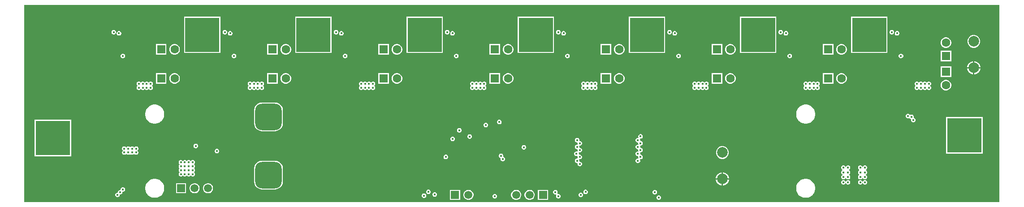
<source format=gbr>
%TF.GenerationSoftware,Altium Limited,Altium Designer,24.0.1 (36)*%
G04 Layer_Physical_Order=3*
G04 Layer_Color=16440176*
%FSLAX45Y45*%
%MOMM*%
%TF.SameCoordinates,2C358838-E96C-4A59-A5A0-E9FE71613952*%
%TF.FilePolarity,Positive*%
%TF.FileFunction,Copper,L3,Inr,Signal*%
%TF.Part,Single*%
G01*
G75*
%TA.AperFunction,ComponentPad*%
%ADD33C,2.00000*%
%ADD34R,1.50000X1.50000*%
%ADD35C,1.50000*%
%ADD36R,6.50000X6.50000*%
%ADD37C,1.60000*%
%ADD38R,1.60000X1.60000*%
G04:AMPARAMS|DCode=39|XSize=5mm|YSize=5mm|CornerRadius=1.25mm|HoleSize=0mm|Usage=FLASHONLY|Rotation=90.000|XOffset=0mm|YOffset=0mm|HoleType=Round|Shape=RoundedRectangle|*
%AMROUNDEDRECTD39*
21,1,5.00000,2.50000,0,0,90.0*
21,1,2.50000,5.00000,0,0,90.0*
1,1,2.50000,1.25000,1.25000*
1,1,2.50000,1.25000,-1.25000*
1,1,2.50000,-1.25000,-1.25000*
1,1,2.50000,-1.25000,1.25000*
%
%ADD39ROUNDEDRECTD39*%
%ADD40R,1.60000X1.60000*%
%TA.AperFunction,ViaPad*%
%ADD41C,0.35000*%
%ADD42C,0.50000*%
%ADD43C,0.45000*%
G36*
X21061562Y2638438D02*
X2638438D01*
Y6361561D01*
X21061562D01*
Y2638438D01*
D02*
G37*
%LPC*%
G36*
X19033453Y5892500D02*
X19016547D01*
X19000926Y5886030D01*
X18988969Y5874074D01*
X18982500Y5858454D01*
Y5841546D01*
X18988969Y5825926D01*
X19000926Y5813970D01*
X19016547Y5807500D01*
X19033453D01*
X19049074Y5813970D01*
X19061031Y5825926D01*
X19067500Y5841546D01*
Y5858454D01*
X19061031Y5874074D01*
X19049074Y5886030D01*
X19033453Y5892500D01*
D02*
G37*
G36*
X16933453D02*
X16916547D01*
X16900926Y5886030D01*
X16888971Y5874074D01*
X16882500Y5858454D01*
Y5841546D01*
X16888971Y5825926D01*
X16900926Y5813970D01*
X16916547Y5807500D01*
X16933453D01*
X16949074Y5813970D01*
X16961031Y5825926D01*
X16967500Y5841546D01*
Y5858454D01*
X16961031Y5874074D01*
X16949074Y5886030D01*
X16933453Y5892500D01*
D02*
G37*
G36*
X14833453D02*
X14816547D01*
X14800926Y5886030D01*
X14788969Y5874074D01*
X14782500Y5858454D01*
Y5841546D01*
X14788969Y5825926D01*
X14800926Y5813970D01*
X14816547Y5807500D01*
X14833453D01*
X14849074Y5813970D01*
X14861031Y5825926D01*
X14867500Y5841546D01*
Y5858454D01*
X14861031Y5874074D01*
X14849074Y5886030D01*
X14833453Y5892500D01*
D02*
G37*
G36*
X12733454D02*
X12716547D01*
X12700926Y5886030D01*
X12688971Y5874074D01*
X12682500Y5858454D01*
Y5841546D01*
X12688971Y5825926D01*
X12700926Y5813970D01*
X12716547Y5807500D01*
X12733454D01*
X12749074Y5813970D01*
X12761030Y5825926D01*
X12767500Y5841546D01*
Y5858454D01*
X12761030Y5874074D01*
X12749074Y5886030D01*
X12733454Y5892500D01*
D02*
G37*
G36*
X10633454D02*
X10616546D01*
X10600926Y5886030D01*
X10588970Y5874074D01*
X10582500Y5858454D01*
Y5841546D01*
X10588970Y5825926D01*
X10600926Y5813970D01*
X10616546Y5807500D01*
X10633454D01*
X10649074Y5813970D01*
X10661030Y5825926D01*
X10667500Y5841546D01*
Y5858454D01*
X10661030Y5874074D01*
X10649074Y5886030D01*
X10633454Y5892500D01*
D02*
G37*
G36*
X8533454D02*
X8516547D01*
X8500926Y5886030D01*
X8488971Y5874074D01*
X8482500Y5858454D01*
Y5841546D01*
X8488971Y5825926D01*
X8500926Y5813970D01*
X8516547Y5807500D01*
X8533454D01*
X8549074Y5813970D01*
X8561030Y5825926D01*
X8567500Y5841546D01*
Y5858454D01*
X8561030Y5874074D01*
X8549074Y5886030D01*
X8533454Y5892500D01*
D02*
G37*
G36*
X6433454D02*
X6416546D01*
X6400926Y5886030D01*
X6388970Y5874074D01*
X6382500Y5858454D01*
Y5841546D01*
X6388970Y5825926D01*
X6400926Y5813970D01*
X6416546Y5807500D01*
X6433454D01*
X6449074Y5813970D01*
X6461030Y5825926D01*
X6467500Y5841546D01*
Y5858454D01*
X6461030Y5874074D01*
X6449074Y5886030D01*
X6433454Y5892500D01*
D02*
G37*
G36*
X4333454D02*
X4316547D01*
X4300926Y5886030D01*
X4288971Y5874074D01*
X4282500Y5858454D01*
Y5841546D01*
X4288971Y5825926D01*
X4300926Y5813970D01*
X4316547Y5807500D01*
X4333454D01*
X4349074Y5813970D01*
X4361030Y5825926D01*
X4367500Y5841546D01*
Y5858454D01*
X4361030Y5874074D01*
X4349074Y5886030D01*
X4333454Y5892500D01*
D02*
G37*
G36*
X19134132Y5869522D02*
X19117226D01*
X19101605Y5863052D01*
X19089650Y5851096D01*
X19083180Y5835476D01*
Y5818568D01*
X19089650Y5802948D01*
X19101605Y5790992D01*
X19117226Y5784522D01*
X19134132D01*
X19149753Y5790992D01*
X19161710Y5802948D01*
X19168179Y5818568D01*
Y5835476D01*
X19161710Y5851096D01*
X19149753Y5863052D01*
X19134132Y5869522D01*
D02*
G37*
G36*
X17034132D02*
X17017226D01*
X17001605Y5863052D01*
X16989650Y5851096D01*
X16983180Y5835476D01*
Y5818568D01*
X16989650Y5802948D01*
X17001605Y5790992D01*
X17017226Y5784522D01*
X17034132D01*
X17049754Y5790992D01*
X17061710Y5802948D01*
X17068179Y5818568D01*
Y5835476D01*
X17061710Y5851096D01*
X17049754Y5863052D01*
X17034132Y5869522D01*
D02*
G37*
G36*
X14934132D02*
X14917226D01*
X14901605Y5863052D01*
X14889650Y5851096D01*
X14883180Y5835476D01*
Y5818568D01*
X14889650Y5802948D01*
X14901605Y5790992D01*
X14917226Y5784522D01*
X14934132D01*
X14949753Y5790992D01*
X14961710Y5802948D01*
X14968179Y5818568D01*
Y5835476D01*
X14961710Y5851096D01*
X14949753Y5863052D01*
X14934132Y5869522D01*
D02*
G37*
G36*
X12834132D02*
X12817226D01*
X12801605Y5863052D01*
X12789650Y5851096D01*
X12783180Y5835476D01*
Y5818568D01*
X12789650Y5802948D01*
X12801605Y5790992D01*
X12817226Y5784522D01*
X12834132D01*
X12849754Y5790992D01*
X12861710Y5802948D01*
X12868179Y5818568D01*
Y5835476D01*
X12861710Y5851096D01*
X12849754Y5863052D01*
X12834132Y5869522D01*
D02*
G37*
G36*
X10734133D02*
X10717226D01*
X10701605Y5863052D01*
X10689650Y5851096D01*
X10683180Y5835476D01*
Y5818568D01*
X10689650Y5802948D01*
X10701605Y5790992D01*
X10717226Y5784522D01*
X10734133D01*
X10749753Y5790992D01*
X10761709Y5802948D01*
X10768179Y5818568D01*
Y5835476D01*
X10761709Y5851096D01*
X10749753Y5863052D01*
X10734133Y5869522D01*
D02*
G37*
G36*
X8634133D02*
X8617226D01*
X8601605Y5863052D01*
X8589650Y5851096D01*
X8583180Y5835476D01*
Y5818568D01*
X8589650Y5802948D01*
X8601605Y5790992D01*
X8617226Y5784522D01*
X8634133D01*
X8649754Y5790992D01*
X8661709Y5802948D01*
X8668179Y5818568D01*
Y5835476D01*
X8661709Y5851096D01*
X8649754Y5863052D01*
X8634133Y5869522D01*
D02*
G37*
G36*
X6534133D02*
X6517226D01*
X6501605Y5863052D01*
X6489650Y5851096D01*
X6483180Y5835476D01*
Y5818568D01*
X6489650Y5802948D01*
X6501605Y5790992D01*
X6517226Y5784522D01*
X6534133D01*
X6549753Y5790992D01*
X6561709Y5802948D01*
X6568179Y5818568D01*
Y5835476D01*
X6561709Y5851096D01*
X6549753Y5863052D01*
X6534133Y5869522D01*
D02*
G37*
G36*
X4434133D02*
X4417226D01*
X4401605Y5863052D01*
X4389650Y5851096D01*
X4383180Y5835476D01*
Y5818568D01*
X4389650Y5802948D01*
X4401605Y5790992D01*
X4417226Y5784522D01*
X4434133D01*
X4449754Y5790992D01*
X4461709Y5802948D01*
X4468179Y5818568D01*
Y5835476D01*
X4461709Y5851096D01*
X4449754Y5863052D01*
X4434133Y5869522D01*
D02*
G37*
G36*
X20590797Y5795000D02*
X20559203D01*
X20528682Y5786822D01*
X20501318Y5771024D01*
X20478976Y5748682D01*
X20463177Y5721319D01*
X20455000Y5690798D01*
Y5659202D01*
X20463177Y5628682D01*
X20478976Y5601318D01*
X20501318Y5578976D01*
X20528682Y5563178D01*
X20559203Y5555000D01*
X20590797D01*
X20621318Y5563178D01*
X20648682Y5578976D01*
X20671024Y5601318D01*
X20686823Y5628682D01*
X20695000Y5659202D01*
Y5690798D01*
X20686823Y5721319D01*
X20671024Y5748682D01*
X20648682Y5771024D01*
X20621318Y5786822D01*
X20590797Y5795000D01*
D02*
G37*
G36*
X20063165Y5752000D02*
X20036835D01*
X20011401Y5745185D01*
X19988599Y5732020D01*
X19969980Y5713401D01*
X19956815Y5690598D01*
X19950000Y5665165D01*
Y5638835D01*
X19956815Y5613402D01*
X19969980Y5590599D01*
X19988599Y5571980D01*
X20011401Y5558815D01*
X20036835Y5552000D01*
X20063165D01*
X20088599Y5558815D01*
X20111401Y5571980D01*
X20130020Y5590599D01*
X20143185Y5613402D01*
X20150000Y5638835D01*
Y5665165D01*
X20143185Y5690598D01*
X20130020Y5713401D01*
X20111401Y5732020D01*
X20088599Y5745185D01*
X20063165Y5752000D01*
D02*
G37*
G36*
X18945000Y6145000D02*
X18255000D01*
Y5455000D01*
X18945000D01*
Y6145000D01*
D02*
G37*
G36*
X16845000D02*
X16155000D01*
Y5455000D01*
X16845000D01*
Y6145000D01*
D02*
G37*
G36*
X14745000D02*
X14055000D01*
Y5455000D01*
X14745000D01*
Y6145000D01*
D02*
G37*
G36*
X12645000D02*
X11955000D01*
Y5455000D01*
X12645000D01*
Y6145000D01*
D02*
G37*
G36*
X10545000D02*
X9855000D01*
Y5455000D01*
X10545000D01*
Y6145000D01*
D02*
G37*
G36*
X8445000D02*
X7755000D01*
Y5455000D01*
X8445000D01*
Y6145000D01*
D02*
G37*
G36*
X6345000D02*
X5655000D01*
Y5455000D01*
X6345000D01*
Y6145000D01*
D02*
G37*
G36*
X18090166Y5625000D02*
X18063835D01*
X18038402Y5618185D01*
X18015599Y5605020D01*
X17996980Y5586401D01*
X17983815Y5563598D01*
X17977000Y5538165D01*
Y5511835D01*
X17983815Y5486402D01*
X17996980Y5463599D01*
X18015599Y5444980D01*
X18038402Y5431815D01*
X18063835Y5425000D01*
X18090166D01*
X18115598Y5431815D01*
X18138400Y5444980D01*
X18157021Y5463599D01*
X18170184Y5486402D01*
X18177000Y5511835D01*
Y5538165D01*
X18170184Y5563598D01*
X18157021Y5586401D01*
X18138400Y5605020D01*
X18115598Y5618185D01*
X18090166Y5625000D01*
D02*
G37*
G36*
X17923000D02*
X17723000D01*
Y5425000D01*
X17923000D01*
Y5625000D01*
D02*
G37*
G36*
X15990166D02*
X15963835D01*
X15938402Y5618185D01*
X15915599Y5605020D01*
X15896980Y5586401D01*
X15883815Y5563598D01*
X15877000Y5538165D01*
Y5511835D01*
X15883815Y5486402D01*
X15896980Y5463599D01*
X15915599Y5444980D01*
X15938402Y5431815D01*
X15963835Y5425000D01*
X15990166D01*
X16015598Y5431815D01*
X16038400Y5444980D01*
X16057021Y5463599D01*
X16070184Y5486402D01*
X16077000Y5511835D01*
Y5538165D01*
X16070184Y5563598D01*
X16057021Y5586401D01*
X16038400Y5605020D01*
X16015598Y5618185D01*
X15990166Y5625000D01*
D02*
G37*
G36*
X15823000D02*
X15623000D01*
Y5425000D01*
X15823000D01*
Y5625000D01*
D02*
G37*
G36*
X13890166Y5625000D02*
X13863835D01*
X13838402Y5618185D01*
X13815599Y5605020D01*
X13796980Y5586401D01*
X13783815Y5563598D01*
X13777000Y5538165D01*
Y5511835D01*
X13783815Y5486402D01*
X13796980Y5463599D01*
X13815599Y5444980D01*
X13838402Y5431815D01*
X13863835Y5425000D01*
X13890166D01*
X13915599Y5431815D01*
X13938400Y5444980D01*
X13957021Y5463599D01*
X13970184Y5486402D01*
X13977000Y5511835D01*
Y5538165D01*
X13970184Y5563598D01*
X13957021Y5586401D01*
X13938400Y5605020D01*
X13915599Y5618185D01*
X13890166Y5625000D01*
D02*
G37*
G36*
X13723000D02*
X13523000D01*
Y5425000D01*
X13723000D01*
Y5625000D01*
D02*
G37*
G36*
X11790166D02*
X11763835D01*
X11738402Y5618185D01*
X11715599Y5605020D01*
X11696981Y5586401D01*
X11683815Y5563598D01*
X11677001Y5538165D01*
Y5511835D01*
X11683815Y5486402D01*
X11696981Y5463599D01*
X11715599Y5444980D01*
X11738402Y5431815D01*
X11763835Y5425000D01*
X11790166D01*
X11815599Y5431815D01*
X11838402Y5444980D01*
X11857020Y5463599D01*
X11870185Y5486402D01*
X11877000Y5511835D01*
Y5538165D01*
X11870185Y5563598D01*
X11857020Y5586401D01*
X11838402Y5605020D01*
X11815599Y5618185D01*
X11790166Y5625000D01*
D02*
G37*
G36*
X11623000D02*
X11423001D01*
Y5425000D01*
X11623000D01*
Y5625000D01*
D02*
G37*
G36*
X9690166D02*
X9663835D01*
X9638402Y5618185D01*
X9615599Y5605020D01*
X9596981Y5586401D01*
X9583815Y5563598D01*
X9577000Y5538165D01*
Y5511835D01*
X9583815Y5486402D01*
X9596981Y5463599D01*
X9615599Y5444980D01*
X9638402Y5431815D01*
X9663835Y5425000D01*
X9690166D01*
X9715599Y5431815D01*
X9738401Y5444980D01*
X9757020Y5463599D01*
X9770185Y5486402D01*
X9777000Y5511835D01*
Y5538165D01*
X9770185Y5563598D01*
X9757020Y5586401D01*
X9738401Y5605020D01*
X9715599Y5618185D01*
X9690166Y5625000D01*
D02*
G37*
G36*
X9523000D02*
X9323000D01*
Y5425000D01*
X9523000D01*
Y5625000D01*
D02*
G37*
G36*
X7590166D02*
X7563835D01*
X7538402Y5618185D01*
X7515599Y5605020D01*
X7496981Y5586401D01*
X7483815Y5563598D01*
X7477001Y5538165D01*
Y5511835D01*
X7483815Y5486402D01*
X7496981Y5463599D01*
X7515599Y5444980D01*
X7538402Y5431815D01*
X7563835Y5425000D01*
X7590166D01*
X7615599Y5431815D01*
X7638402Y5444980D01*
X7657020Y5463599D01*
X7670185Y5486402D01*
X7677000Y5511835D01*
Y5538165D01*
X7670185Y5563598D01*
X7657020Y5586401D01*
X7638402Y5605020D01*
X7615599Y5618185D01*
X7590166Y5625000D01*
D02*
G37*
G36*
X7423000D02*
X7223001D01*
Y5425000D01*
X7423000D01*
Y5625000D01*
D02*
G37*
G36*
X5490166D02*
X5463835D01*
X5438402Y5618185D01*
X5415599Y5605020D01*
X5396981Y5586401D01*
X5383815Y5563598D01*
X5377000Y5538165D01*
Y5511835D01*
X5383815Y5486402D01*
X5396981Y5463599D01*
X5415599Y5444980D01*
X5438402Y5431815D01*
X5463835Y5425000D01*
X5490166D01*
X5515599Y5431815D01*
X5538401Y5444980D01*
X5557020Y5463599D01*
X5570185Y5486402D01*
X5577000Y5511835D01*
Y5538165D01*
X5570185Y5563598D01*
X5557020Y5586401D01*
X5538401Y5605020D01*
X5515599Y5618185D01*
X5490166Y5625000D01*
D02*
G37*
G36*
X5323000D02*
X5123000D01*
Y5425000D01*
X5323000D01*
Y5625000D01*
D02*
G37*
G36*
X19208453Y5442500D02*
X19191547D01*
X19175926Y5436030D01*
X19163969Y5424074D01*
X19157500Y5408454D01*
Y5391546D01*
X19163969Y5375926D01*
X19175926Y5363970D01*
X19191547Y5357500D01*
X19208453D01*
X19224074Y5363970D01*
X19236031Y5375926D01*
X19242500Y5391546D01*
Y5408454D01*
X19236031Y5424074D01*
X19224074Y5436030D01*
X19208453Y5442500D01*
D02*
G37*
G36*
X17108453D02*
X17091547D01*
X17075926Y5436030D01*
X17063969Y5424074D01*
X17057500Y5408454D01*
Y5391546D01*
X17063969Y5375926D01*
X17075926Y5363970D01*
X17091547Y5357500D01*
X17108453D01*
X17124074Y5363970D01*
X17136031Y5375926D01*
X17142500Y5391546D01*
Y5408454D01*
X17136031Y5424074D01*
X17124074Y5436030D01*
X17108453Y5442500D01*
D02*
G37*
G36*
X15008453D02*
X14991547D01*
X14975926Y5436030D01*
X14963969Y5424074D01*
X14957500Y5408454D01*
Y5391546D01*
X14963969Y5375926D01*
X14975926Y5363970D01*
X14991547Y5357500D01*
X15008453D01*
X15024074Y5363970D01*
X15036031Y5375926D01*
X15042500Y5391546D01*
Y5408454D01*
X15036031Y5424074D01*
X15024074Y5436030D01*
X15008453Y5442500D01*
D02*
G37*
G36*
X12908453D02*
X12891547D01*
X12875926Y5436030D01*
X12863969Y5424074D01*
X12857500Y5408454D01*
Y5391546D01*
X12863969Y5375926D01*
X12875926Y5363970D01*
X12891547Y5357500D01*
X12908453D01*
X12924074Y5363970D01*
X12936031Y5375926D01*
X12942500Y5391546D01*
Y5408454D01*
X12936031Y5424074D01*
X12924074Y5436030D01*
X12908453Y5442500D01*
D02*
G37*
G36*
X10808454D02*
X10791546D01*
X10775926Y5436030D01*
X10763970Y5424074D01*
X10757500Y5408454D01*
Y5391546D01*
X10763970Y5375926D01*
X10775926Y5363970D01*
X10791546Y5357500D01*
X10808454D01*
X10824074Y5363970D01*
X10836030Y5375926D01*
X10842500Y5391546D01*
Y5408454D01*
X10836030Y5424074D01*
X10824074Y5436030D01*
X10808454Y5442500D01*
D02*
G37*
G36*
X8708454D02*
X8691546D01*
X8675926Y5436030D01*
X8663970Y5424074D01*
X8657500Y5408454D01*
Y5391546D01*
X8663970Y5375926D01*
X8675926Y5363970D01*
X8691546Y5357500D01*
X8708454D01*
X8724074Y5363970D01*
X8736030Y5375926D01*
X8742500Y5391546D01*
Y5408454D01*
X8736030Y5424074D01*
X8724074Y5436030D01*
X8708454Y5442500D01*
D02*
G37*
G36*
X6608454D02*
X6591546D01*
X6575926Y5436030D01*
X6563970Y5424074D01*
X6557500Y5408454D01*
Y5391546D01*
X6563970Y5375926D01*
X6575926Y5363970D01*
X6591546Y5357500D01*
X6608454D01*
X6624074Y5363970D01*
X6636030Y5375926D01*
X6642500Y5391546D01*
Y5408454D01*
X6636030Y5424074D01*
X6624074Y5436030D01*
X6608454Y5442500D01*
D02*
G37*
G36*
X4508454D02*
X4491546D01*
X4475926Y5436030D01*
X4463970Y5424074D01*
X4457500Y5408454D01*
Y5391546D01*
X4463970Y5375926D01*
X4475926Y5363970D01*
X4491546Y5357500D01*
X4508454D01*
X4524074Y5363970D01*
X4536030Y5375926D01*
X4542500Y5391546D01*
Y5408454D01*
X4536030Y5424074D01*
X4524074Y5436030D01*
X4508454Y5442500D01*
D02*
G37*
G36*
X20150000Y5498000D02*
X19950000D01*
Y5298000D01*
X20150000D01*
Y5498000D01*
D02*
G37*
G36*
X20591508Y5300400D02*
X20587700D01*
Y5187700D01*
X20700400D01*
Y5191509D01*
X20691853Y5223403D01*
X20675345Y5251997D01*
X20651997Y5275345D01*
X20623402Y5291854D01*
X20591508Y5300400D01*
D02*
G37*
G36*
X20562300D02*
X20558492D01*
X20526598Y5291854D01*
X20498003Y5275345D01*
X20474655Y5251997D01*
X20458147Y5223403D01*
X20449600Y5191509D01*
Y5187700D01*
X20562300D01*
Y5300400D01*
D02*
G37*
G36*
X20700400Y5162300D02*
X20587700D01*
Y5049600D01*
X20591508D01*
X20623402Y5058146D01*
X20651997Y5074655D01*
X20675345Y5098003D01*
X20691853Y5126598D01*
X20700400Y5158491D01*
Y5162300D01*
D02*
G37*
G36*
X20562300D02*
X20449600D01*
Y5158491D01*
X20458147Y5126598D01*
X20474655Y5098003D01*
X20498003Y5074655D01*
X20526598Y5058146D01*
X20558492Y5049600D01*
X20562300D01*
Y5162300D01*
D02*
G37*
G36*
X20150000Y5202000D02*
X19950000D01*
Y5002000D01*
X20150000D01*
Y5202000D01*
D02*
G37*
G36*
X7133453Y4917500D02*
X7116546D01*
X7100926Y4911030D01*
X7095797Y4905901D01*
X7087500Y4900102D01*
X7079203Y4905901D01*
X7074074Y4911030D01*
X7058453Y4917500D01*
X7041546D01*
X7025926Y4911030D01*
X7020796Y4905900D01*
X7012500Y4900102D01*
X7004203Y4905900D01*
X6999074Y4911030D01*
X6983453Y4917500D01*
X6966546D01*
X6950926Y4911030D01*
X6945797Y4905901D01*
X6937500Y4900102D01*
X6929203Y4905901D01*
X6924074Y4911030D01*
X6908454Y4917500D01*
X6891546D01*
X6875926Y4911030D01*
X6863970Y4899074D01*
X6857500Y4883454D01*
Y4866546D01*
X6863970Y4850926D01*
X6869100Y4845797D01*
X6874898Y4837500D01*
X6869100Y4829203D01*
X6863970Y4824074D01*
X6857500Y4808453D01*
Y4791546D01*
X6863970Y4775926D01*
X6875926Y4763970D01*
X6891546Y4757500D01*
X6908454D01*
X6924074Y4763970D01*
X6929203Y4769099D01*
X6937500Y4774898D01*
X6945797Y4769099D01*
X6950926Y4763970D01*
X6966546Y4757500D01*
X6983453D01*
X6999074Y4763970D01*
X7004203Y4769099D01*
X7012500Y4774898D01*
X7020796Y4769099D01*
X7025926Y4763970D01*
X7041546Y4757500D01*
X7058453D01*
X7074074Y4763970D01*
X7079203Y4769099D01*
X7087500Y4774898D01*
X7095797Y4769099D01*
X7100926Y4763970D01*
X7116546Y4757500D01*
X7133453D01*
X7149074Y4763970D01*
X7161029Y4775926D01*
X7167500Y4791546D01*
Y4808453D01*
X7161029Y4824074D01*
X7155900Y4829203D01*
X7150102Y4837500D01*
X7155900Y4845797D01*
X7161029Y4850926D01*
X7167500Y4866546D01*
Y4883454D01*
X7161029Y4899074D01*
X7149074Y4911030D01*
X7133453Y4917500D01*
D02*
G37*
G36*
X5033453D02*
X5016546D01*
X5000926Y4911030D01*
X4995797Y4905901D01*
X4987500Y4900102D01*
X4979203Y4905901D01*
X4974074Y4911030D01*
X4958454Y4917500D01*
X4941546D01*
X4925926Y4911030D01*
X4920797Y4905900D01*
X4912500Y4900102D01*
X4904203Y4905900D01*
X4899074Y4911030D01*
X4883454Y4917500D01*
X4866546D01*
X4850926Y4911030D01*
X4845797Y4905901D01*
X4837500Y4900102D01*
X4829203Y4905901D01*
X4824074Y4911030D01*
X4808454Y4917500D01*
X4791546D01*
X4775926Y4911030D01*
X4763970Y4899074D01*
X4757500Y4883454D01*
Y4866546D01*
X4763970Y4850926D01*
X4769100Y4845797D01*
X4774898Y4837500D01*
X4769100Y4829203D01*
X4763970Y4824074D01*
X4757500Y4808453D01*
Y4791546D01*
X4763970Y4775926D01*
X4775926Y4763970D01*
X4791546Y4757500D01*
X4808454D01*
X4824074Y4763970D01*
X4829203Y4769099D01*
X4837500Y4774898D01*
X4845797Y4769099D01*
X4850926Y4763970D01*
X4866546Y4757500D01*
X4883454D01*
X4899074Y4763970D01*
X4904203Y4769099D01*
X4912500Y4774898D01*
X4920797Y4769099D01*
X4925926Y4763970D01*
X4941546Y4757500D01*
X4958454D01*
X4974074Y4763970D01*
X4979203Y4769099D01*
X4987500Y4774898D01*
X4995797Y4769099D01*
X5000926Y4763970D01*
X5016546Y4757500D01*
X5033453D01*
X5049074Y4763970D01*
X5061030Y4775926D01*
X5067500Y4791546D01*
Y4808453D01*
X5061030Y4824074D01*
X5055900Y4829203D01*
X5050102Y4837500D01*
X5055900Y4845797D01*
X5061030Y4850926D01*
X5067500Y4866546D01*
Y4883454D01*
X5061030Y4899074D01*
X5049074Y4911030D01*
X5033453Y4917500D01*
D02*
G37*
G36*
X19733453D02*
X19716547D01*
X19700926Y4911030D01*
X19695798Y4905901D01*
X19687500Y4900102D01*
X19679202Y4905901D01*
X19674074Y4911030D01*
X19658453Y4917500D01*
X19641547D01*
X19625926Y4911030D01*
X19620798Y4905900D01*
X19612500Y4900102D01*
X19604202Y4905900D01*
X19599074Y4911030D01*
X19583453Y4917500D01*
X19566547D01*
X19550926Y4911030D01*
X19545798Y4905901D01*
X19537500Y4900102D01*
X19529202Y4905901D01*
X19524074Y4911030D01*
X19508453Y4917500D01*
X19491547D01*
X19475926Y4911030D01*
X19463969Y4899074D01*
X19457500Y4883454D01*
Y4866546D01*
X19463969Y4850926D01*
X19469099Y4845797D01*
X19474898Y4837500D01*
X19469099Y4829203D01*
X19463969Y4824074D01*
X19457500Y4808453D01*
Y4791546D01*
X19463969Y4775926D01*
X19475926Y4763970D01*
X19491547Y4757500D01*
X19508453D01*
X19524074Y4763970D01*
X19529202Y4769099D01*
X19537500Y4774898D01*
X19545798Y4769099D01*
X19550926Y4763970D01*
X19566547Y4757500D01*
X19583453D01*
X19599074Y4763970D01*
X19604202Y4769099D01*
X19612500Y4774898D01*
X19620798Y4769099D01*
X19625926Y4763970D01*
X19641547Y4757500D01*
X19658453D01*
X19674074Y4763970D01*
X19679202Y4769099D01*
X19687500Y4774898D01*
X19695798Y4769099D01*
X19700926Y4763970D01*
X19716547Y4757500D01*
X19733453D01*
X19749074Y4763970D01*
X19761031Y4775926D01*
X19767500Y4791546D01*
Y4808453D01*
X19761031Y4824074D01*
X19755901Y4829203D01*
X19750102Y4837500D01*
X19755901Y4845797D01*
X19761031Y4850926D01*
X19767500Y4866546D01*
Y4883454D01*
X19761031Y4899074D01*
X19749074Y4911030D01*
X19733453Y4917500D01*
D02*
G37*
G36*
X17633453D02*
X17616547D01*
X17600926Y4911030D01*
X17595798Y4905901D01*
X17587500Y4900102D01*
X17579202Y4905901D01*
X17574074Y4911030D01*
X17558453Y4917500D01*
X17541547D01*
X17525926Y4911030D01*
X17520798Y4905900D01*
X17512500Y4900102D01*
X17504202Y4905900D01*
X17499074Y4911030D01*
X17483453Y4917500D01*
X17466547D01*
X17450926Y4911030D01*
X17445798Y4905901D01*
X17437500Y4900102D01*
X17429202Y4905901D01*
X17424074Y4911030D01*
X17408453Y4917500D01*
X17391547D01*
X17375926Y4911030D01*
X17363969Y4899074D01*
X17357500Y4883454D01*
Y4866546D01*
X17363969Y4850926D01*
X17369099Y4845797D01*
X17374898Y4837500D01*
X17369099Y4829203D01*
X17363969Y4824074D01*
X17357500Y4808453D01*
Y4791546D01*
X17363969Y4775926D01*
X17375926Y4763970D01*
X17391547Y4757500D01*
X17408453D01*
X17424074Y4763970D01*
X17429202Y4769099D01*
X17437500Y4774898D01*
X17445798Y4769099D01*
X17450926Y4763970D01*
X17466547Y4757500D01*
X17483453D01*
X17499074Y4763970D01*
X17504202Y4769099D01*
X17512500Y4774898D01*
X17520798Y4769099D01*
X17525926Y4763970D01*
X17541547Y4757500D01*
X17558453D01*
X17574074Y4763970D01*
X17579202Y4769099D01*
X17587500Y4774898D01*
X17595798Y4769099D01*
X17600926Y4763970D01*
X17616547Y4757500D01*
X17633453D01*
X17649074Y4763970D01*
X17661029Y4775926D01*
X17667500Y4791546D01*
Y4808453D01*
X17661029Y4824074D01*
X17655901Y4829203D01*
X17650102Y4837500D01*
X17655901Y4845797D01*
X17661029Y4850926D01*
X17667500Y4866546D01*
Y4883454D01*
X17661029Y4899074D01*
X17649074Y4911030D01*
X17633453Y4917500D01*
D02*
G37*
G36*
X15533453D02*
X15516547D01*
X15500926Y4911030D01*
X15495798Y4905901D01*
X15487500Y4900102D01*
X15479202Y4905901D01*
X15474074Y4911030D01*
X15458453Y4917500D01*
X15441547D01*
X15425926Y4911030D01*
X15420796Y4905900D01*
X15412500Y4900102D01*
X15404202Y4905900D01*
X15399074Y4911030D01*
X15383453Y4917500D01*
X15366547D01*
X15350926Y4911030D01*
X15345798Y4905901D01*
X15337500Y4900102D01*
X15329202Y4905901D01*
X15324074Y4911030D01*
X15308453Y4917500D01*
X15291547D01*
X15275926Y4911030D01*
X15263969Y4899074D01*
X15257500Y4883454D01*
Y4866546D01*
X15263969Y4850926D01*
X15269099Y4845797D01*
X15274898Y4837500D01*
X15269099Y4829203D01*
X15263969Y4824074D01*
X15257500Y4808453D01*
Y4791546D01*
X15263969Y4775926D01*
X15275926Y4763970D01*
X15291547Y4757500D01*
X15308453D01*
X15324074Y4763970D01*
X15329202Y4769099D01*
X15337500Y4774898D01*
X15345798Y4769099D01*
X15350926Y4763970D01*
X15366547Y4757500D01*
X15383453D01*
X15399074Y4763970D01*
X15404202Y4769099D01*
X15412500Y4774898D01*
X15420796Y4769099D01*
X15425926Y4763970D01*
X15441547Y4757500D01*
X15458453D01*
X15474074Y4763970D01*
X15479202Y4769099D01*
X15487500Y4774898D01*
X15495798Y4769099D01*
X15500926Y4763970D01*
X15516547Y4757500D01*
X15533453D01*
X15549074Y4763970D01*
X15561029Y4775926D01*
X15567499Y4791546D01*
Y4808453D01*
X15561029Y4824074D01*
X15555901Y4829203D01*
X15550102Y4837500D01*
X15555901Y4845797D01*
X15561029Y4850926D01*
X15567499Y4866546D01*
Y4883454D01*
X15561029Y4899074D01*
X15549074Y4911030D01*
X15533453Y4917500D01*
D02*
G37*
G36*
X13433453D02*
X13416547D01*
X13400926Y4911030D01*
X13395798Y4905901D01*
X13387500Y4900102D01*
X13379202Y4905901D01*
X13374074Y4911030D01*
X13358453Y4917500D01*
X13341547D01*
X13325926Y4911030D01*
X13320798Y4905900D01*
X13312500Y4900102D01*
X13304202Y4905900D01*
X13299074Y4911030D01*
X13283453Y4917500D01*
X13266547D01*
X13250926Y4911030D01*
X13245798Y4905901D01*
X13237500Y4900102D01*
X13229202Y4905901D01*
X13224074Y4911030D01*
X13208453Y4917500D01*
X13191547D01*
X13175926Y4911030D01*
X13163969Y4899074D01*
X13157500Y4883454D01*
Y4866546D01*
X13163969Y4850926D01*
X13169099Y4845797D01*
X13174898Y4837500D01*
X13169099Y4829203D01*
X13163969Y4824074D01*
X13157500Y4808453D01*
Y4791546D01*
X13163969Y4775926D01*
X13175926Y4763970D01*
X13191547Y4757500D01*
X13208453D01*
X13224074Y4763970D01*
X13229202Y4769099D01*
X13237500Y4774898D01*
X13245798Y4769099D01*
X13250926Y4763970D01*
X13266547Y4757500D01*
X13283453D01*
X13299074Y4763970D01*
X13304202Y4769099D01*
X13312500Y4774898D01*
X13320798Y4769099D01*
X13325926Y4763970D01*
X13341547Y4757500D01*
X13358453D01*
X13374074Y4763970D01*
X13379202Y4769099D01*
X13387500Y4774898D01*
X13395798Y4769099D01*
X13400926Y4763970D01*
X13416547Y4757500D01*
X13433453D01*
X13449074Y4763970D01*
X13461029Y4775926D01*
X13467500Y4791546D01*
Y4808453D01*
X13461029Y4824074D01*
X13455901Y4829203D01*
X13450102Y4837500D01*
X13455901Y4845797D01*
X13461029Y4850926D01*
X13467500Y4866546D01*
Y4883454D01*
X13461029Y4899074D01*
X13449074Y4911030D01*
X13433453Y4917500D01*
D02*
G37*
G36*
X11333453D02*
X11316546D01*
X11300926Y4911030D01*
X11295797Y4905901D01*
X11287500Y4900102D01*
X11279203Y4905901D01*
X11274074Y4911030D01*
X11258453Y4917500D01*
X11241546D01*
X11225926Y4911030D01*
X11220796Y4905900D01*
X11212500Y4900102D01*
X11204203Y4905900D01*
X11199074Y4911030D01*
X11183453Y4917500D01*
X11166546D01*
X11150926Y4911030D01*
X11145797Y4905901D01*
X11137500Y4900102D01*
X11129203Y4905901D01*
X11124074Y4911030D01*
X11108454Y4917500D01*
X11091546D01*
X11075926Y4911030D01*
X11063970Y4899074D01*
X11057500Y4883454D01*
Y4866546D01*
X11063970Y4850926D01*
X11069100Y4845797D01*
X11074898Y4837500D01*
X11069100Y4829203D01*
X11063970Y4824074D01*
X11057500Y4808453D01*
Y4791546D01*
X11063970Y4775926D01*
X11075926Y4763970D01*
X11091546Y4757500D01*
X11108454D01*
X11124074Y4763970D01*
X11129203Y4769099D01*
X11137500Y4774898D01*
X11145797Y4769099D01*
X11150926Y4763970D01*
X11166546Y4757500D01*
X11183453D01*
X11199074Y4763970D01*
X11204203Y4769099D01*
X11212500Y4774898D01*
X11220796Y4769099D01*
X11225926Y4763970D01*
X11241546Y4757500D01*
X11258453D01*
X11274074Y4763970D01*
X11279203Y4769099D01*
X11287500Y4774898D01*
X11295797Y4769099D01*
X11300926Y4763970D01*
X11316546Y4757500D01*
X11333453D01*
X11349074Y4763970D01*
X11361029Y4775926D01*
X11367499Y4791546D01*
Y4808453D01*
X11361029Y4824074D01*
X11355900Y4829203D01*
X11350102Y4837500D01*
X11355900Y4845797D01*
X11361029Y4850926D01*
X11367499Y4866546D01*
Y4883454D01*
X11361029Y4899074D01*
X11349074Y4911030D01*
X11333453Y4917500D01*
D02*
G37*
G36*
X9233453D02*
X9216546D01*
X9200926Y4911030D01*
X9195797Y4905901D01*
X9187500Y4900102D01*
X9179203Y4905901D01*
X9174074Y4911030D01*
X9158454Y4917500D01*
X9141546D01*
X9125926Y4911030D01*
X9120797Y4905900D01*
X9112500Y4900102D01*
X9104203Y4905900D01*
X9099074Y4911030D01*
X9083454Y4917500D01*
X9066546D01*
X9050926Y4911030D01*
X9045797Y4905901D01*
X9037500Y4900102D01*
X9029203Y4905901D01*
X9024074Y4911030D01*
X9008454Y4917500D01*
X8991546D01*
X8975926Y4911030D01*
X8963970Y4899074D01*
X8957500Y4883454D01*
Y4866546D01*
X8963970Y4850926D01*
X8969100Y4845797D01*
X8974898Y4837500D01*
X8969100Y4829203D01*
X8963970Y4824074D01*
X8957500Y4808453D01*
Y4791546D01*
X8963970Y4775926D01*
X8975926Y4763970D01*
X8991546Y4757500D01*
X9008454D01*
X9024074Y4763970D01*
X9029203Y4769099D01*
X9037500Y4774898D01*
X9045797Y4769099D01*
X9050926Y4763970D01*
X9066546Y4757500D01*
X9083454D01*
X9099074Y4763970D01*
X9104203Y4769099D01*
X9112500Y4774898D01*
X9120797Y4769099D01*
X9125926Y4763970D01*
X9141546Y4757500D01*
X9158454D01*
X9174074Y4763970D01*
X9179203Y4769099D01*
X9187500Y4774898D01*
X9195797Y4769099D01*
X9200926Y4763970D01*
X9216546Y4757500D01*
X9233453D01*
X9249074Y4763970D01*
X9261029Y4775926D01*
X9267500Y4791546D01*
Y4808453D01*
X9261029Y4824074D01*
X9255900Y4829203D01*
X9250102Y4837500D01*
X9255900Y4845797D01*
X9261029Y4850926D01*
X9267500Y4866546D01*
Y4883454D01*
X9261029Y4899074D01*
X9249074Y4911030D01*
X9233453Y4917500D01*
D02*
G37*
G36*
X18090166Y5075000D02*
X18063835D01*
X18038402Y5068185D01*
X18015599Y5055020D01*
X17996980Y5036401D01*
X17983815Y5013598D01*
X17977000Y4988165D01*
Y4961835D01*
X17983815Y4936402D01*
X17996980Y4913599D01*
X18015599Y4894980D01*
X18038402Y4881815D01*
X18063835Y4875000D01*
X18090166D01*
X18115598Y4881815D01*
X18138400Y4894980D01*
X18157021Y4913599D01*
X18170184Y4936402D01*
X18177000Y4961835D01*
Y4988165D01*
X18170184Y5013598D01*
X18157021Y5036401D01*
X18138400Y5055020D01*
X18115598Y5068185D01*
X18090166Y5075000D01*
D02*
G37*
G36*
X17923000D02*
X17723000D01*
Y4875000D01*
X17923000D01*
Y5075000D01*
D02*
G37*
G36*
X15990166D02*
X15963835D01*
X15938402Y5068185D01*
X15915599Y5055020D01*
X15896980Y5036401D01*
X15883815Y5013598D01*
X15877000Y4988165D01*
Y4961835D01*
X15883815Y4936402D01*
X15896980Y4913599D01*
X15915599Y4894980D01*
X15938402Y4881815D01*
X15963835Y4875000D01*
X15990166D01*
X16015598Y4881815D01*
X16038400Y4894980D01*
X16057021Y4913599D01*
X16070184Y4936402D01*
X16077000Y4961835D01*
Y4988165D01*
X16070184Y5013598D01*
X16057021Y5036401D01*
X16038400Y5055020D01*
X16015598Y5068185D01*
X15990166Y5075000D01*
D02*
G37*
G36*
X15823000D02*
X15623000D01*
Y4875000D01*
X15823000D01*
Y5075000D01*
D02*
G37*
G36*
X13890166D02*
X13863835D01*
X13838402Y5068185D01*
X13815599Y5055020D01*
X13796980Y5036401D01*
X13783815Y5013598D01*
X13777000Y4988165D01*
Y4961835D01*
X13783815Y4936402D01*
X13796980Y4913599D01*
X13815599Y4894980D01*
X13838402Y4881815D01*
X13863835Y4875000D01*
X13890166D01*
X13915599Y4881815D01*
X13938400Y4894980D01*
X13957021Y4913599D01*
X13970184Y4936402D01*
X13977000Y4961835D01*
Y4988165D01*
X13970184Y5013598D01*
X13957021Y5036401D01*
X13938400Y5055020D01*
X13915599Y5068185D01*
X13890166Y5075000D01*
D02*
G37*
G36*
X13723000D02*
X13523000D01*
Y4875000D01*
X13723000D01*
Y5075000D01*
D02*
G37*
G36*
X11790166D02*
X11763835D01*
X11738402Y5068185D01*
X11715599Y5055020D01*
X11696981Y5036401D01*
X11683815Y5013598D01*
X11677001Y4988165D01*
Y4961835D01*
X11683815Y4936402D01*
X11696981Y4913599D01*
X11715599Y4894980D01*
X11738402Y4881815D01*
X11763835Y4875000D01*
X11790166D01*
X11815599Y4881815D01*
X11838402Y4894980D01*
X11857020Y4913599D01*
X11870185Y4936402D01*
X11877000Y4961835D01*
Y4988165D01*
X11870185Y5013598D01*
X11857020Y5036401D01*
X11838402Y5055020D01*
X11815599Y5068185D01*
X11790166Y5075000D01*
D02*
G37*
G36*
X11623000D02*
X11423001D01*
Y4875000D01*
X11623000D01*
Y5075000D01*
D02*
G37*
G36*
X9690166D02*
X9663835D01*
X9638402Y5068185D01*
X9615599Y5055020D01*
X9596981Y5036401D01*
X9583815Y5013598D01*
X9577000Y4988165D01*
Y4961835D01*
X9583815Y4936402D01*
X9596981Y4913599D01*
X9615599Y4894980D01*
X9638402Y4881815D01*
X9663835Y4875000D01*
X9690166D01*
X9715599Y4881815D01*
X9738401Y4894980D01*
X9757020Y4913599D01*
X9770185Y4936402D01*
X9777000Y4961835D01*
Y4988165D01*
X9770185Y5013598D01*
X9757020Y5036401D01*
X9738401Y5055020D01*
X9715599Y5068185D01*
X9690166Y5075000D01*
D02*
G37*
G36*
X9523000D02*
X9323000D01*
Y4875000D01*
X9523000D01*
Y5075000D01*
D02*
G37*
G36*
X7590166D02*
X7563835D01*
X7538402Y5068185D01*
X7515599Y5055020D01*
X7496981Y5036401D01*
X7483815Y5013598D01*
X7477001Y4988165D01*
Y4961835D01*
X7483815Y4936402D01*
X7496981Y4913599D01*
X7515599Y4894980D01*
X7538402Y4881815D01*
X7563835Y4875000D01*
X7590166D01*
X7615599Y4881815D01*
X7638402Y4894980D01*
X7657020Y4913599D01*
X7670185Y4936402D01*
X7677000Y4961835D01*
Y4988165D01*
X7670185Y5013598D01*
X7657020Y5036401D01*
X7638402Y5055020D01*
X7615599Y5068185D01*
X7590166Y5075000D01*
D02*
G37*
G36*
X7423000D02*
X7223001D01*
Y4875000D01*
X7423000D01*
Y5075000D01*
D02*
G37*
G36*
X5490166D02*
X5463835D01*
X5438402Y5068185D01*
X5415599Y5055020D01*
X5396981Y5036401D01*
X5383815Y5013598D01*
X5377000Y4988165D01*
Y4961835D01*
X5383815Y4936402D01*
X5396981Y4913599D01*
X5415599Y4894980D01*
X5438402Y4881815D01*
X5463835Y4875000D01*
X5490166D01*
X5515599Y4881815D01*
X5538401Y4894980D01*
X5557020Y4913599D01*
X5570185Y4936402D01*
X5577000Y4961835D01*
Y4988165D01*
X5570185Y5013598D01*
X5557020Y5036401D01*
X5538401Y5055020D01*
X5515599Y5068185D01*
X5490166Y5075000D01*
D02*
G37*
G36*
X5323000D02*
X5123000D01*
Y4875000D01*
X5323000D01*
Y5075000D01*
D02*
G37*
G36*
X20063165Y4948000D02*
X20036835D01*
X20011401Y4941185D01*
X19988599Y4928020D01*
X19969980Y4909401D01*
X19956815Y4886598D01*
X19950000Y4861165D01*
Y4834835D01*
X19956815Y4809402D01*
X19969980Y4786599D01*
X19988599Y4767980D01*
X20011401Y4754815D01*
X20036835Y4748000D01*
X20063165D01*
X20088599Y4754815D01*
X20111401Y4767980D01*
X20130020Y4786599D01*
X20143185Y4809402D01*
X20150000Y4834835D01*
Y4861165D01*
X20143185Y4886598D01*
X20130020Y4909401D01*
X20111401Y4928020D01*
X20088599Y4941185D01*
X20063165Y4948000D01*
D02*
G37*
G36*
X19339114Y4304676D02*
X19322208D01*
X19306587Y4298206D01*
X19294630Y4286251D01*
X19288161Y4270630D01*
Y4253723D01*
X19294630Y4238103D01*
X19306587Y4226147D01*
X19322208Y4219677D01*
X19339114D01*
X19354735Y4226147D01*
X19368224Y4221674D01*
X19375926Y4213970D01*
X19381873Y4211507D01*
X19389101Y4195767D01*
X19388985Y4195486D01*
Y4178579D01*
X19395454Y4162958D01*
X19407410Y4151003D01*
X19423030Y4144533D01*
X19439937D01*
X19455557Y4151003D01*
X19467514Y4162958D01*
X19473984Y4178579D01*
Y4195486D01*
X19467514Y4211107D01*
X19455557Y4223062D01*
X19449611Y4225526D01*
X19442384Y4241266D01*
X19442500Y4241546D01*
Y4258454D01*
X19436031Y4274074D01*
X19424074Y4286030D01*
X19408453Y4292500D01*
X19391547D01*
X19375926Y4286030D01*
X19362439Y4290503D01*
X19354735Y4298206D01*
X19339114Y4304676D01*
D02*
G37*
G36*
X17417728Y4480000D02*
X17382272D01*
X17347496Y4473082D01*
X17314738Y4459514D01*
X17285257Y4439815D01*
X17260185Y4414743D01*
X17240486Y4385262D01*
X17226917Y4352504D01*
X17220000Y4317728D01*
Y4282271D01*
X17226917Y4247496D01*
X17240486Y4214738D01*
X17260185Y4185257D01*
X17285257Y4160185D01*
X17314738Y4140486D01*
X17347496Y4126917D01*
X17382272Y4120000D01*
X17417728D01*
X17452504Y4126917D01*
X17485262Y4140486D01*
X17514743Y4160185D01*
X17539815Y4185257D01*
X17559514Y4214738D01*
X17573083Y4247496D01*
X17580000Y4282271D01*
Y4317728D01*
X17573083Y4352504D01*
X17559514Y4385262D01*
X17539815Y4414743D01*
X17514743Y4439815D01*
X17485262Y4459514D01*
X17452504Y4473082D01*
X17417728Y4480000D01*
D02*
G37*
G36*
X5117728D02*
X5082272D01*
X5047496Y4473082D01*
X5014738Y4459514D01*
X4985257Y4439815D01*
X4960185Y4414743D01*
X4940486Y4385262D01*
X4926917Y4352504D01*
X4920000Y4317728D01*
Y4282271D01*
X4926917Y4247496D01*
X4940486Y4214738D01*
X4960185Y4185257D01*
X4985257Y4160185D01*
X5014738Y4140486D01*
X5047496Y4126917D01*
X5082272Y4120000D01*
X5117728D01*
X5152504Y4126917D01*
X5185262Y4140486D01*
X5214743Y4160185D01*
X5239815Y4185257D01*
X5259514Y4214738D01*
X5273083Y4247496D01*
X5280000Y4282271D01*
Y4317728D01*
X5273083Y4352504D01*
X5259514Y4385262D01*
X5239815Y4414743D01*
X5214743Y4439815D01*
X5185262Y4459514D01*
X5152504Y4473082D01*
X5117728Y4480000D01*
D02*
G37*
G36*
X11620311Y4193266D02*
X11603404D01*
X11587784Y4186796D01*
X11575828Y4174841D01*
X11569358Y4159220D01*
Y4142313D01*
X11575828Y4126693D01*
X11587784Y4114737D01*
X11603404Y4108267D01*
X11620311D01*
X11635932Y4114737D01*
X11647887Y4126693D01*
X11654357Y4142313D01*
Y4159220D01*
X11647887Y4174841D01*
X11635932Y4186796D01*
X11620311Y4193266D01*
D02*
G37*
G36*
X11363021Y4134856D02*
X11346113D01*
X11330493Y4128386D01*
X11318537Y4116430D01*
X11312067Y4100810D01*
Y4083903D01*
X11318537Y4068282D01*
X11330493Y4056327D01*
X11346113Y4049857D01*
X11363021D01*
X11378641Y4056327D01*
X11390597Y4068282D01*
X11397067Y4083903D01*
Y4100810D01*
X11390597Y4116430D01*
X11378641Y4128386D01*
X11363021Y4134856D01*
D02*
G37*
G36*
X7375000Y4521251D02*
X7125000D01*
X7087147Y4516268D01*
X7051874Y4501657D01*
X7021585Y4478415D01*
X6998343Y4448125D01*
X6983732Y4412852D01*
X6978749Y4375000D01*
Y4125000D01*
X6983732Y4087147D01*
X6998343Y4051874D01*
X7021585Y4021585D01*
X7051874Y3998343D01*
X7087147Y3983732D01*
X7125000Y3978749D01*
X7375000D01*
X7412853Y3983732D01*
X7448126Y3998343D01*
X7478415Y4021585D01*
X7501657Y4051874D01*
X7516268Y4087147D01*
X7521251Y4125000D01*
Y4375000D01*
X7516268Y4412852D01*
X7501657Y4448125D01*
X7478415Y4478415D01*
X7448126Y4501657D01*
X7412853Y4516268D01*
X7375000Y4521251D01*
D02*
G37*
G36*
X10861680Y4038241D02*
X10844772D01*
X10829152Y4031771D01*
X10817196Y4019815D01*
X10810726Y4004195D01*
Y3987288D01*
X10817196Y3971667D01*
X10829152Y3959712D01*
X10844772Y3953242D01*
X10861680D01*
X10877300Y3959712D01*
X10889256Y3971667D01*
X10895726Y3987288D01*
Y4004195D01*
X10889256Y4019815D01*
X10877300Y4031771D01*
X10861680Y4038241D01*
D02*
G37*
G36*
X11058594Y3920210D02*
X11041687D01*
X11026067Y3913740D01*
X11014111Y3901784D01*
X11007641Y3886164D01*
Y3869257D01*
X11014111Y3853636D01*
X11026067Y3841681D01*
X11041687Y3835211D01*
X11058594D01*
X11074215Y3841681D01*
X11086170Y3853636D01*
X11092641Y3869257D01*
Y3886164D01*
X11086170Y3901784D01*
X11074215Y3913740D01*
X11058594Y3920210D01*
D02*
G37*
G36*
X10738454Y3872500D02*
X10721546D01*
X10705926Y3866030D01*
X10693970Y3854074D01*
X10687500Y3838454D01*
Y3821546D01*
X10693970Y3805926D01*
X10705926Y3793970D01*
X10721546Y3787500D01*
X10738454D01*
X10754074Y3793970D01*
X10766030Y3805926D01*
X10772500Y3821546D01*
Y3838454D01*
X10766030Y3854074D01*
X10754074Y3866030D01*
X10738454Y3872500D01*
D02*
G37*
G36*
X4758454Y3692500D02*
X4741546D01*
X4725926Y3686030D01*
X4720797Y3680901D01*
X4712500Y3675102D01*
X4704203Y3680901D01*
X4699074Y3686030D01*
X4683454Y3692500D01*
X4666546D01*
X4650926Y3686030D01*
X4645797Y3680900D01*
X4637500Y3675102D01*
X4629203Y3680900D01*
X4624074Y3686030D01*
X4608454Y3692500D01*
X4591546D01*
X4575926Y3686030D01*
X4570797Y3680901D01*
X4562500Y3675102D01*
X4554203Y3680901D01*
X4549074Y3686030D01*
X4533454Y3692500D01*
X4516546D01*
X4500926Y3686030D01*
X4488970Y3674074D01*
X4482500Y3658454D01*
Y3641546D01*
X4488970Y3625926D01*
X4494100Y3620797D01*
X4499898Y3612500D01*
X4494100Y3604203D01*
X4488970Y3599074D01*
X4482500Y3583454D01*
Y3566546D01*
X4488970Y3550926D01*
X4500926Y3538970D01*
X4516546Y3532500D01*
X4533454D01*
X4549074Y3538970D01*
X4554203Y3544099D01*
X4562500Y3549898D01*
X4570797Y3544099D01*
X4575926Y3538970D01*
X4591546Y3532500D01*
X4608454D01*
X4624074Y3538970D01*
X4629203Y3544100D01*
X4637500Y3549898D01*
X4645797Y3544100D01*
X4650926Y3538970D01*
X4666546Y3532500D01*
X4683454D01*
X4699074Y3538970D01*
X4704203Y3544099D01*
X4712500Y3549898D01*
X4720797Y3544099D01*
X4725926Y3538970D01*
X4741546Y3532500D01*
X4758454D01*
X4774074Y3538970D01*
X4786030Y3550926D01*
X4792500Y3566546D01*
Y3583454D01*
X4786030Y3599074D01*
X4780900Y3604203D01*
X4775102Y3612500D01*
X4780900Y3620797D01*
X4786030Y3625926D01*
X4792500Y3641546D01*
Y3658454D01*
X4786030Y3674074D01*
X4774074Y3686030D01*
X4758454Y3692500D01*
D02*
G37*
G36*
X5883454Y3742500D02*
X5866546D01*
X5850926Y3736030D01*
X5838970Y3724074D01*
X5832500Y3708454D01*
Y3691546D01*
X5838970Y3675926D01*
X5850926Y3663970D01*
X5866546Y3657500D01*
X5883454D01*
X5899074Y3663970D01*
X5911030Y3675926D01*
X5917500Y3691546D01*
Y3708454D01*
X5911030Y3724074D01*
X5899074Y3736030D01*
X5883454Y3742500D01*
D02*
G37*
G36*
X12083454Y3717500D02*
X12066546D01*
X12050926Y3711030D01*
X12038970Y3699074D01*
X12032500Y3683454D01*
Y3666546D01*
X12038970Y3650926D01*
X12050926Y3638970D01*
X12066546Y3632500D01*
X12083454D01*
X12099074Y3638970D01*
X12111030Y3650926D01*
X12117500Y3666546D01*
Y3683454D01*
X12111030Y3699074D01*
X12099074Y3711030D01*
X12083454Y3717500D01*
D02*
G37*
G36*
X13088454Y3852500D02*
X13071545D01*
X13055927Y3846030D01*
X13043970Y3834074D01*
X13037500Y3818454D01*
Y3801546D01*
X13043970Y3785926D01*
X13055927Y3773970D01*
X13071545Y3767500D01*
X13077501D01*
X13087500Y3758453D01*
Y3741546D01*
X13090475Y3734362D01*
X13081644Y3722500D01*
X13071545D01*
X13055927Y3716030D01*
X13043970Y3704074D01*
X13037500Y3688454D01*
Y3671546D01*
X13043970Y3655926D01*
X13055927Y3643970D01*
X13071545Y3637500D01*
X13077501D01*
X13087500Y3628453D01*
Y3611546D01*
X13092024Y3600626D01*
X13082465Y3590839D01*
X13078455Y3592500D01*
X13061546D01*
X13045926Y3586030D01*
X13033971Y3574074D01*
X13027499Y3558454D01*
Y3541546D01*
X13033971Y3525926D01*
X13045926Y3513970D01*
X13061546Y3507500D01*
X13078455D01*
X13078566Y3507547D01*
X13087547Y3498567D01*
X13087500Y3498454D01*
Y3481547D01*
X13090475Y3474362D01*
X13081644Y3462500D01*
X13071545D01*
X13055927Y3456030D01*
X13043970Y3444074D01*
X13037500Y3428454D01*
Y3411546D01*
X13043970Y3395926D01*
X13055927Y3383970D01*
X13071545Y3377500D01*
X13077501D01*
X13087500Y3368453D01*
Y3351546D01*
X13093970Y3335926D01*
X13105927Y3323970D01*
X13121545Y3317500D01*
X13138454D01*
X13154074Y3323970D01*
X13166029Y3335926D01*
X13172501Y3351546D01*
Y3368454D01*
X13166029Y3384074D01*
X13154074Y3396030D01*
X13138454Y3402500D01*
X13132500D01*
X13122501Y3411547D01*
Y3428454D01*
X13119524Y3435638D01*
X13128357Y3447500D01*
X13138454D01*
X13154074Y3453970D01*
X13166029Y3465926D01*
X13172501Y3481547D01*
Y3498454D01*
X13166029Y3514074D01*
X13154074Y3526030D01*
X13138454Y3532500D01*
X13121545D01*
X13121432Y3532453D01*
X13112453Y3541434D01*
X13112500Y3541546D01*
Y3558454D01*
X13107976Y3569374D01*
X13117535Y3579161D01*
X13121545Y3577500D01*
X13138454D01*
X13154074Y3583970D01*
X13166029Y3595926D01*
X13172501Y3611546D01*
Y3628453D01*
X13166029Y3644074D01*
X13154074Y3656030D01*
X13138454Y3662500D01*
X13132500D01*
X13122501Y3671547D01*
Y3688454D01*
X13119524Y3695638D01*
X13128357Y3707500D01*
X13138454D01*
X13154074Y3713970D01*
X13166029Y3725926D01*
X13172501Y3741546D01*
Y3758454D01*
X13166029Y3774074D01*
X13154074Y3786030D01*
X13138454Y3792500D01*
X13132500D01*
X13122501Y3801547D01*
Y3818454D01*
X13116029Y3834074D01*
X13104074Y3846030D01*
X13088454Y3852500D01*
D02*
G37*
G36*
X6283454Y3642500D02*
X6266546D01*
X6250926Y3636030D01*
X6238970Y3624074D01*
X6232500Y3608454D01*
Y3591546D01*
X6238970Y3575926D01*
X6250926Y3563970D01*
X6266546Y3557500D01*
X6283454D01*
X6299074Y3563970D01*
X6311030Y3575926D01*
X6317500Y3591546D01*
Y3608454D01*
X6311030Y3624074D01*
X6299074Y3636030D01*
X6283454Y3642500D01*
D02*
G37*
G36*
X20745000Y4245000D02*
X20055000D01*
Y3555000D01*
X20745000D01*
Y4245000D01*
D02*
G37*
G36*
X3520000Y4195000D02*
X2830000D01*
Y3505000D01*
X3520000D01*
Y4195000D01*
D02*
G37*
G36*
X15840797Y3695000D02*
X15809203D01*
X15778682Y3686822D01*
X15751318Y3671024D01*
X15728976Y3648682D01*
X15713177Y3621318D01*
X15705000Y3590798D01*
Y3559202D01*
X15713177Y3528682D01*
X15728976Y3501318D01*
X15751318Y3478976D01*
X15778682Y3463178D01*
X15809203Y3455000D01*
X15840797D01*
X15871320Y3463178D01*
X15898682Y3478976D01*
X15921024Y3501318D01*
X15936823Y3528682D01*
X15945000Y3559202D01*
Y3590798D01*
X15936823Y3621318D01*
X15921024Y3648682D01*
X15898682Y3671024D01*
X15871320Y3686822D01*
X15840797Y3695000D01*
D02*
G37*
G36*
X10608454Y3532500D02*
X10591546D01*
X10575926Y3526030D01*
X10563970Y3514074D01*
X10557500Y3498454D01*
Y3481546D01*
X10563970Y3465926D01*
X10575926Y3453970D01*
X10591546Y3447500D01*
X10608454D01*
X10624074Y3453970D01*
X10636030Y3465926D01*
X10642500Y3481546D01*
Y3498454D01*
X10636030Y3514074D01*
X10624074Y3526030D01*
X10608454Y3532500D01*
D02*
G37*
G36*
X5828454Y3432500D02*
X5811546D01*
X5795926Y3426030D01*
X5790797Y3420901D01*
X5782500Y3415102D01*
X5774203Y3420901D01*
X5769074Y3426030D01*
X5753454Y3432500D01*
X5736547D01*
X5720926Y3426030D01*
X5715797Y3420900D01*
X5707500Y3415102D01*
X5699203Y3420900D01*
X5694074Y3426030D01*
X5678454Y3432500D01*
X5661546D01*
X5645926Y3426030D01*
X5640797Y3420901D01*
X5632500Y3415102D01*
X5624203Y3420901D01*
X5619074Y3426030D01*
X5603454Y3432500D01*
X5586547D01*
X5570926Y3426030D01*
X5558971Y3414074D01*
X5552500Y3398454D01*
Y3381546D01*
X5558971Y3365926D01*
X5564100Y3360797D01*
X5569898Y3352500D01*
X5564100Y3344203D01*
X5558971Y3339074D01*
X5552500Y3323454D01*
Y3306546D01*
X5558971Y3290926D01*
X5564100Y3285797D01*
X5569898Y3277500D01*
X5564100Y3269203D01*
X5558971Y3264074D01*
X5552500Y3248454D01*
Y3231546D01*
X5558971Y3215926D01*
X5564100Y3210797D01*
X5569898Y3202500D01*
X5564100Y3194203D01*
X5558971Y3189074D01*
X5552500Y3173454D01*
Y3156546D01*
X5558971Y3140926D01*
X5570926Y3128970D01*
X5586547Y3122500D01*
X5603454D01*
X5619074Y3128970D01*
X5624203Y3134099D01*
X5632500Y3139898D01*
X5640797Y3134099D01*
X5645926Y3128970D01*
X5661546Y3122500D01*
X5678454D01*
X5694074Y3128970D01*
X5699203Y3134100D01*
X5707500Y3139898D01*
X5715797Y3134100D01*
X5720926Y3128970D01*
X5736547Y3122500D01*
X5753454D01*
X5769074Y3128970D01*
X5774203Y3134099D01*
X5782500Y3139898D01*
X5790797Y3134099D01*
X5795926Y3128970D01*
X5811546Y3122500D01*
X5828454D01*
X5844074Y3128970D01*
X5856030Y3140926D01*
X5862500Y3156546D01*
Y3173454D01*
X5856030Y3189074D01*
X5850900Y3194203D01*
X5845102Y3202500D01*
X5850900Y3210797D01*
X5856030Y3215926D01*
X5862500Y3231546D01*
Y3248454D01*
X5856030Y3264074D01*
X5850901Y3269203D01*
X5845102Y3277500D01*
X5850901Y3285797D01*
X5856030Y3290926D01*
X5862500Y3306546D01*
Y3323454D01*
X5856030Y3339074D01*
X5850900Y3344203D01*
X5845102Y3352500D01*
X5850900Y3360797D01*
X5856030Y3365926D01*
X5862500Y3381546D01*
Y3398454D01*
X5856030Y3414074D01*
X5844074Y3426030D01*
X5828454Y3432500D01*
D02*
G37*
G36*
X11651970Y3555467D02*
X11635063D01*
X11619442Y3548997D01*
X11607487Y3537042D01*
X11601016Y3521421D01*
Y3504514D01*
X11607487Y3488893D01*
X11619442Y3476938D01*
X11625390Y3474474D01*
X11632617Y3458734D01*
X11632500Y3458454D01*
Y3441546D01*
X11638970Y3425926D01*
X11650926Y3413970D01*
X11666546Y3407500D01*
X11683454D01*
X11699074Y3413970D01*
X11711030Y3425926D01*
X11717500Y3441546D01*
Y3458454D01*
X11711030Y3474074D01*
X11699074Y3486030D01*
X11693126Y3488493D01*
X11685900Y3504233D01*
X11686016Y3504514D01*
Y3521421D01*
X11679546Y3537042D01*
X11667590Y3548997D01*
X11651970Y3555467D01*
D02*
G37*
G36*
X14288454Y3922500D02*
X14271545D01*
X14255927Y3916030D01*
X14243970Y3904074D01*
X14237500Y3888454D01*
Y3871546D01*
X14240475Y3864362D01*
X14231644Y3852500D01*
X14221545D01*
X14205927Y3846030D01*
X14193970Y3834074D01*
X14187500Y3818454D01*
Y3801546D01*
X14193970Y3785926D01*
X14205927Y3773970D01*
X14221545Y3767500D01*
X14227501D01*
X14237500Y3758453D01*
Y3741546D01*
X14240475Y3734362D01*
X14231644Y3722500D01*
X14221545D01*
X14205927Y3716030D01*
X14193970Y3704074D01*
X14187500Y3688454D01*
Y3671546D01*
X14193970Y3655926D01*
X14205927Y3643970D01*
X14221545Y3637500D01*
X14227501D01*
X14237500Y3628453D01*
Y3611546D01*
X14240475Y3604362D01*
X14231644Y3592500D01*
X14221545D01*
X14205927Y3586030D01*
X14193970Y3574074D01*
X14187500Y3558454D01*
Y3541546D01*
X14193970Y3525926D01*
X14205927Y3513970D01*
X14221545Y3507500D01*
X14227501D01*
X14237500Y3498453D01*
Y3481546D01*
X14240475Y3474362D01*
X14231644Y3462500D01*
X14221545D01*
X14205927Y3456030D01*
X14193970Y3444074D01*
X14187500Y3428454D01*
Y3411546D01*
X14193970Y3395926D01*
X14205927Y3383970D01*
X14221545Y3377500D01*
X14238454D01*
X14254074Y3383970D01*
X14266029Y3395926D01*
X14272501Y3411546D01*
Y3428454D01*
X14269524Y3435638D01*
X14278357Y3447500D01*
X14288454D01*
X14304074Y3453970D01*
X14316029Y3465926D01*
X14322501Y3481546D01*
Y3498454D01*
X14316029Y3514074D01*
X14304074Y3526030D01*
X14288454Y3532500D01*
X14282500D01*
X14272501Y3541547D01*
Y3558454D01*
X14269524Y3565638D01*
X14278357Y3577500D01*
X14288454D01*
X14304074Y3583970D01*
X14316029Y3595926D01*
X14322501Y3611546D01*
Y3628454D01*
X14316029Y3644074D01*
X14304074Y3656030D01*
X14288454Y3662500D01*
X14282500D01*
X14272501Y3671547D01*
Y3688454D01*
X14269524Y3695638D01*
X14278357Y3707500D01*
X14288454D01*
X14304074Y3713970D01*
X14316029Y3725926D01*
X14322501Y3741546D01*
Y3758454D01*
X14316029Y3774074D01*
X14304074Y3786030D01*
X14288454Y3792500D01*
X14282500D01*
X14272501Y3801547D01*
Y3818454D01*
X14269524Y3825638D01*
X14278357Y3837500D01*
X14288454D01*
X14304074Y3843970D01*
X14316029Y3855926D01*
X14322501Y3871546D01*
Y3888454D01*
X14316029Y3904074D01*
X14304074Y3916030D01*
X14288454Y3922500D01*
D02*
G37*
G36*
X18208453Y3332500D02*
X18191547D01*
X18175926Y3326030D01*
X18163969Y3314074D01*
X18161873Y3309011D01*
X18148128D01*
X18146030Y3314074D01*
X18134074Y3326030D01*
X18118454Y3332500D01*
X18101546D01*
X18085925Y3326030D01*
X18073970Y3314074D01*
X18067500Y3298454D01*
Y3281546D01*
X18073970Y3265926D01*
X18085925Y3253970D01*
X18090990Y3251873D01*
Y3238127D01*
X18085925Y3236030D01*
X18073970Y3224074D01*
X18067500Y3208454D01*
Y3191546D01*
X18073970Y3175926D01*
X18085925Y3163970D01*
X18090990Y3161873D01*
Y3148127D01*
X18085925Y3146030D01*
X18073970Y3134074D01*
X18067500Y3118454D01*
Y3101547D01*
X18073970Y3085926D01*
X18085925Y3073970D01*
X18101546Y3067500D01*
X18118454D01*
X18134074Y3073970D01*
X18146030Y3085926D01*
X18148128Y3090989D01*
X18161873D01*
X18163969Y3085926D01*
X18175926Y3073970D01*
X18191547Y3067500D01*
X18208453D01*
X18224074Y3073970D01*
X18236031Y3085926D01*
X18242500Y3101547D01*
Y3118454D01*
X18236031Y3134074D01*
X18224074Y3146030D01*
X18219011Y3148127D01*
Y3161873D01*
X18224074Y3163970D01*
X18236031Y3175926D01*
X18242500Y3191546D01*
Y3208454D01*
X18236031Y3224074D01*
X18224074Y3236030D01*
X18219011Y3238127D01*
Y3251873D01*
X18224074Y3253970D01*
X18236031Y3265926D01*
X18242500Y3281546D01*
Y3298454D01*
X18236031Y3314074D01*
X18224074Y3326030D01*
X18208453Y3332500D01*
D02*
G37*
G36*
X18528455D02*
X18511546D01*
X18495926Y3326030D01*
X18483971Y3314074D01*
X18481873Y3309011D01*
X18468127D01*
X18466029Y3314074D01*
X18454074Y3326030D01*
X18438454Y3332500D01*
X18421545D01*
X18405927Y3326030D01*
X18393970Y3314074D01*
X18387500Y3298454D01*
Y3281546D01*
X18393970Y3265926D01*
X18405927Y3253970D01*
X18410989Y3251873D01*
Y3238127D01*
X18405927Y3236030D01*
X18393970Y3224074D01*
X18387500Y3208454D01*
Y3191546D01*
X18393970Y3175926D01*
X18405927Y3163970D01*
X18410989Y3161873D01*
Y3148127D01*
X18405927Y3146030D01*
X18393970Y3134074D01*
X18387500Y3118454D01*
Y3101547D01*
X18393970Y3085926D01*
X18405927Y3073970D01*
X18421545Y3067500D01*
X18438454D01*
X18454074Y3073970D01*
X18466029Y3085926D01*
X18468127Y3090989D01*
X18481873D01*
X18483971Y3085926D01*
X18495926Y3073970D01*
X18511546Y3067500D01*
X18528455D01*
X18544073Y3073970D01*
X18556030Y3085926D01*
X18562500Y3101547D01*
Y3118454D01*
X18556030Y3134074D01*
X18544073Y3146030D01*
X18539011Y3148127D01*
Y3161873D01*
X18544073Y3163970D01*
X18556030Y3175926D01*
X18562500Y3191546D01*
Y3208454D01*
X18556030Y3224074D01*
X18544073Y3236030D01*
X18539011Y3238127D01*
Y3251873D01*
X18544073Y3253970D01*
X18556030Y3265926D01*
X18562500Y3281546D01*
Y3298454D01*
X18556030Y3314074D01*
X18544073Y3326030D01*
X18528455Y3332500D01*
D02*
G37*
G36*
X15841508Y3200400D02*
X15837701D01*
Y3087699D01*
X15950400D01*
Y3091509D01*
X15941853Y3123402D01*
X15925345Y3151997D01*
X15901997Y3175345D01*
X15873402Y3191854D01*
X15841508Y3200400D01*
D02*
G37*
G36*
X15812302D02*
X15808492D01*
X15776598Y3191854D01*
X15748003Y3175345D01*
X15724655Y3151997D01*
X15708147Y3123402D01*
X15699600Y3091509D01*
Y3087699D01*
X15812302D01*
Y3200400D01*
D02*
G37*
G36*
X18208453Y3052500D02*
X18191547D01*
X18175926Y3046030D01*
X18163969Y3034074D01*
X18161873Y3029011D01*
X18148128D01*
X18146030Y3034074D01*
X18134074Y3046030D01*
X18118454Y3052500D01*
X18101546D01*
X18085925Y3046030D01*
X18073970Y3034074D01*
X18067500Y3018454D01*
Y3001546D01*
X18073970Y2985926D01*
X18085925Y2973970D01*
X18101546Y2967500D01*
X18118454D01*
X18134074Y2973970D01*
X18146030Y2985926D01*
X18148128Y2990989D01*
X18161873D01*
X18163969Y2985926D01*
X18175926Y2973970D01*
X18191547Y2967500D01*
X18208453D01*
X18224074Y2973970D01*
X18236031Y2985926D01*
X18242500Y3001546D01*
Y3018454D01*
X18236031Y3034074D01*
X18224074Y3046030D01*
X18208453Y3052500D01*
D02*
G37*
G36*
X18528455D02*
X18511546D01*
X18495926Y3046030D01*
X18483971Y3034074D01*
X18481873Y3029011D01*
X18468127D01*
X18466029Y3034074D01*
X18454074Y3046030D01*
X18438454Y3052500D01*
X18421545D01*
X18405927Y3046030D01*
X18393970Y3034074D01*
X18387500Y3018454D01*
Y3001546D01*
X18393970Y2985926D01*
X18405927Y2973970D01*
X18421545Y2967500D01*
X18438454D01*
X18454074Y2973970D01*
X18466029Y2985926D01*
X18468127Y2990989D01*
X18481873D01*
X18483971Y2985926D01*
X18495926Y2973970D01*
X18511546Y2967500D01*
X18528455D01*
X18544073Y2973970D01*
X18556030Y2985926D01*
X18562500Y3001546D01*
Y3018454D01*
X18556030Y3034074D01*
X18544073Y3046030D01*
X18528455Y3052500D01*
D02*
G37*
G36*
X15950400Y3062299D02*
X15837701D01*
Y2949600D01*
X15841508D01*
X15873402Y2958146D01*
X15901997Y2974655D01*
X15925345Y2998003D01*
X15941853Y3026597D01*
X15950400Y3058491D01*
Y3062299D01*
D02*
G37*
G36*
X15812302D02*
X15699600D01*
Y3058491D01*
X15708147Y3026597D01*
X15724655Y2998003D01*
X15748003Y2974655D01*
X15776598Y2958146D01*
X15808492Y2949600D01*
X15812302D01*
Y3062299D01*
D02*
G37*
G36*
X7375000Y3421251D02*
X7125000D01*
X7087147Y3416268D01*
X7051874Y3401657D01*
X7021585Y3378415D01*
X6998343Y3348126D01*
X6983732Y3312853D01*
X6978749Y3275000D01*
Y3025000D01*
X6983732Y2987147D01*
X6998343Y2951874D01*
X7021585Y2921585D01*
X7051874Y2898343D01*
X7087147Y2883732D01*
X7125000Y2878749D01*
X7375000D01*
X7412853Y2883732D01*
X7448126Y2898343D01*
X7478415Y2921585D01*
X7501657Y2951874D01*
X7516268Y2987147D01*
X7521251Y3025000D01*
Y3275000D01*
X7516268Y3312853D01*
X7501657Y3348126D01*
X7478415Y3378415D01*
X7448126Y3401657D01*
X7412853Y3416268D01*
X7375000Y3421251D01*
D02*
G37*
G36*
X6120507Y2995000D02*
X6095493D01*
X6071332Y2988526D01*
X6049669Y2976019D01*
X6031981Y2958331D01*
X6019474Y2936668D01*
X6013000Y2912507D01*
Y2887493D01*
X6019474Y2863332D01*
X6031981Y2841669D01*
X6049669Y2823981D01*
X6071332Y2811474D01*
X6095493Y2805000D01*
X6120507D01*
X6144668Y2811474D01*
X6166331Y2823981D01*
X6184019Y2841669D01*
X6196526Y2863332D01*
X6203000Y2887493D01*
Y2912507D01*
X6196526Y2936668D01*
X6184019Y2958331D01*
X6166331Y2976019D01*
X6144668Y2988526D01*
X6120507Y2995000D01*
D02*
G37*
G36*
X5866507D02*
X5841493D01*
X5817332Y2988526D01*
X5795669Y2976019D01*
X5777981Y2958331D01*
X5765474Y2936668D01*
X5759000Y2912507D01*
Y2887493D01*
X5765474Y2863332D01*
X5777981Y2841669D01*
X5795669Y2823981D01*
X5817332Y2811474D01*
X5841493Y2805000D01*
X5866507D01*
X5890668Y2811474D01*
X5912331Y2823981D01*
X5930019Y2841669D01*
X5942526Y2863332D01*
X5949000Y2887493D01*
Y2912507D01*
X5942526Y2936668D01*
X5930019Y2958331D01*
X5912331Y2976019D01*
X5890668Y2988526D01*
X5866507Y2995000D01*
D02*
G37*
G36*
X5695000D02*
X5505000D01*
Y2805000D01*
X5695000D01*
Y2995000D01*
D02*
G37*
G36*
X13248454Y2872500D02*
X13231546D01*
X13215926Y2866030D01*
X13203970Y2854074D01*
X13197501Y2838454D01*
Y2821546D01*
X13203970Y2805926D01*
X13215926Y2793970D01*
X13231546Y2787500D01*
X13248454D01*
X13264075Y2793970D01*
X13276030Y2805926D01*
X13282500Y2821546D01*
Y2838454D01*
X13276030Y2854074D01*
X13264075Y2866030D01*
X13248454Y2872500D01*
D02*
G37*
G36*
X10278454D02*
X10261546D01*
X10245926Y2866030D01*
X10233970Y2854074D01*
X10227500Y2838454D01*
Y2821546D01*
X10233970Y2805926D01*
X10245926Y2793970D01*
X10261546Y2787500D01*
X10278454D01*
X10294074Y2793970D01*
X10306030Y2805926D01*
X10312500Y2821546D01*
Y2838454D01*
X10306030Y2854074D01*
X10294074Y2866030D01*
X10278454Y2872500D01*
D02*
G37*
G36*
X14558453Y2867500D02*
X14541547D01*
X14525926Y2861030D01*
X14513969Y2849074D01*
X14507500Y2833454D01*
Y2816546D01*
X14513969Y2800926D01*
X14525926Y2788970D01*
X14541547Y2782500D01*
X14558453D01*
X14574074Y2788970D01*
X14586031Y2800926D01*
X14592500Y2816546D01*
Y2833454D01*
X14586031Y2849074D01*
X14574074Y2861030D01*
X14558453Y2867500D01*
D02*
G37*
G36*
X10398454Y2822500D02*
X10381546D01*
X10365926Y2816030D01*
X10353970Y2804074D01*
X10347500Y2788454D01*
Y2771546D01*
X10353970Y2755926D01*
X10365926Y2743970D01*
X10381546Y2737500D01*
X10398454D01*
X10414074Y2743970D01*
X10426030Y2755926D01*
X10432500Y2771546D01*
Y2788454D01*
X10426030Y2804074D01*
X10414074Y2816030D01*
X10398454Y2822500D01*
D02*
G37*
G36*
X13158453Y2817500D02*
X13141547D01*
X13125926Y2811030D01*
X13113969Y2799074D01*
X13107500Y2783454D01*
Y2766546D01*
X13113969Y2750926D01*
X13125926Y2738970D01*
X13141547Y2732500D01*
X13158453D01*
X13174074Y2738970D01*
X13186031Y2750926D01*
X13192500Y2766546D01*
Y2783454D01*
X13186031Y2799074D01*
X13174074Y2811030D01*
X13158453Y2817500D01*
D02*
G37*
G36*
X4508454Y2917500D02*
X4491546D01*
X4475926Y2911030D01*
X4463970Y2899074D01*
X4457500Y2883454D01*
Y2867500D01*
X4441546D01*
X4425926Y2861030D01*
X4413970Y2849074D01*
X4407500Y2833454D01*
Y2817500D01*
X4391546D01*
X4375926Y2811030D01*
X4363970Y2799074D01*
X4357500Y2783454D01*
Y2766546D01*
X4363970Y2750926D01*
X4375926Y2738970D01*
X4391546Y2732500D01*
X4408454D01*
X4424074Y2738970D01*
X4436030Y2750926D01*
X4442500Y2766546D01*
Y2782500D01*
X4458454D01*
X4474074Y2788970D01*
X4486030Y2800926D01*
X4492500Y2816546D01*
Y2832500D01*
X4508454D01*
X4524074Y2838970D01*
X4536030Y2850926D01*
X4542500Y2866546D01*
Y2883454D01*
X4536030Y2899074D01*
X4524074Y2911030D01*
X4508454Y2917500D01*
D02*
G37*
G36*
X17417728Y3080000D02*
X17382272D01*
X17347496Y3073082D01*
X17314738Y3059514D01*
X17285257Y3039815D01*
X17260185Y3014743D01*
X17240486Y2985262D01*
X17226917Y2952504D01*
X17220000Y2917728D01*
Y2882271D01*
X17226917Y2847496D01*
X17240486Y2814738D01*
X17260185Y2785257D01*
X17285257Y2760185D01*
X17314738Y2740486D01*
X17347496Y2726917D01*
X17382272Y2720000D01*
X17417728D01*
X17452504Y2726917D01*
X17485262Y2740486D01*
X17514743Y2760185D01*
X17539815Y2785257D01*
X17559514Y2814738D01*
X17573083Y2847496D01*
X17580000Y2882271D01*
Y2917728D01*
X17573083Y2952504D01*
X17559514Y2985262D01*
X17539815Y3014743D01*
X17514743Y3039815D01*
X17485262Y3059514D01*
X17452504Y3073082D01*
X17417728Y3080000D01*
D02*
G37*
G36*
X5117728D02*
X5082272D01*
X5047496Y3073082D01*
X5014738Y3059514D01*
X4985257Y3039815D01*
X4960185Y3014743D01*
X4940486Y2985262D01*
X4926917Y2952504D01*
X4920000Y2917728D01*
Y2882271D01*
X4926917Y2847496D01*
X4940486Y2814738D01*
X4960185Y2785257D01*
X4985257Y2760185D01*
X5014738Y2740486D01*
X5047496Y2726917D01*
X5082272Y2720000D01*
X5117728D01*
X5152504Y2726917D01*
X5185262Y2740486D01*
X5214743Y2760185D01*
X5239815Y2785257D01*
X5259514Y2814738D01*
X5273083Y2847496D01*
X5280000Y2882271D01*
Y2917728D01*
X5273083Y2952504D01*
X5259514Y2985262D01*
X5239815Y3014743D01*
X5214743Y3039815D01*
X5185262Y3059514D01*
X5152504Y3073082D01*
X5117728Y3080000D01*
D02*
G37*
G36*
X10198454Y2802500D02*
X10181546D01*
X10165926Y2796030D01*
X10153970Y2784074D01*
X10147500Y2768454D01*
Y2751546D01*
X10153970Y2735926D01*
X10165926Y2723970D01*
X10181546Y2717500D01*
X10198454D01*
X10214074Y2723970D01*
X10226030Y2735926D01*
X10232500Y2751546D01*
Y2768454D01*
X10226030Y2784074D01*
X10214074Y2796030D01*
X10198454Y2802500D01*
D02*
G37*
G36*
X12679591Y2869431D02*
X12662684D01*
X12647064Y2862961D01*
X12635108Y2851005D01*
X12628638Y2835385D01*
Y2818477D01*
X12635108Y2802857D01*
X12647064Y2790901D01*
X12662684Y2784431D01*
X12679591D01*
X12682622Y2785687D01*
X12689816Y2774920D01*
X12688970Y2774074D01*
X12682500Y2758454D01*
Y2741546D01*
X12688970Y2725926D01*
X12700926Y2713970D01*
X12716546Y2707500D01*
X12733454D01*
X12749074Y2713970D01*
X12761030Y2725926D01*
X12767500Y2741546D01*
Y2758454D01*
X12761030Y2774074D01*
X12749074Y2786030D01*
X12733454Y2792500D01*
X12716546D01*
X12713515Y2791244D01*
X12706322Y2802011D01*
X12707167Y2802857D01*
X12713638Y2818477D01*
Y2835385D01*
X12707167Y2851005D01*
X12695212Y2862961D01*
X12679591Y2869431D01*
D02*
G37*
G36*
X11533454Y2792500D02*
X11516546D01*
X11500926Y2786030D01*
X11488970Y2774074D01*
X11482500Y2758454D01*
Y2741546D01*
X11488970Y2725926D01*
X11500926Y2713970D01*
X11516546Y2707500D01*
X11533454D01*
X11549074Y2713970D01*
X11561030Y2725926D01*
X11567500Y2741546D01*
Y2758454D01*
X11561030Y2774074D01*
X11549074Y2786030D01*
X11533454Y2792500D01*
D02*
G37*
G36*
X14633453Y2767500D02*
X14616547D01*
X14600926Y2761030D01*
X14588969Y2749074D01*
X14582500Y2733454D01*
Y2716546D01*
X14588969Y2700926D01*
X14600926Y2688970D01*
X14616547Y2682500D01*
X14633453D01*
X14649074Y2688970D01*
X14661031Y2700926D01*
X14667500Y2716546D01*
Y2733454D01*
X14661031Y2749074D01*
X14649074Y2761030D01*
X14633453Y2767500D01*
D02*
G37*
G36*
X12532000Y2870000D02*
X12342000D01*
Y2680000D01*
X12532000D01*
Y2870000D01*
D02*
G37*
G36*
X12195507D02*
X12170493D01*
X12146332Y2863526D01*
X12124669Y2851019D01*
X12106981Y2833331D01*
X12094474Y2811668D01*
X12088000Y2787507D01*
Y2762493D01*
X12094474Y2738332D01*
X12106981Y2716669D01*
X12124669Y2698981D01*
X12146332Y2686474D01*
X12170493Y2680000D01*
X12195507D01*
X12219668Y2686474D01*
X12241331Y2698981D01*
X12259019Y2716669D01*
X12271526Y2738332D01*
X12278000Y2762493D01*
Y2787507D01*
X12271526Y2811668D01*
X12259019Y2833331D01*
X12241331Y2851019D01*
X12219668Y2863526D01*
X12195507Y2870000D01*
D02*
G37*
G36*
X11941507D02*
X11916493D01*
X11892332Y2863526D01*
X11870669Y2851019D01*
X11852981Y2833331D01*
X11840474Y2811668D01*
X11834000Y2787507D01*
Y2762493D01*
X11840474Y2738332D01*
X11852981Y2716669D01*
X11870669Y2698981D01*
X11892332Y2686474D01*
X11916493Y2680000D01*
X11941507D01*
X11965668Y2686474D01*
X11987331Y2698981D01*
X12005019Y2716669D01*
X12017526Y2738332D01*
X12024000Y2762493D01*
Y2787507D01*
X12017526Y2811668D01*
X12005019Y2833331D01*
X11987331Y2851019D01*
X11965668Y2863526D01*
X11941507Y2870000D01*
D02*
G37*
G36*
X11041507D02*
X11016493D01*
X10992332Y2863526D01*
X10970669Y2851019D01*
X10952981Y2833331D01*
X10940474Y2811668D01*
X10934000Y2787507D01*
Y2762493D01*
X10940474Y2738332D01*
X10952981Y2716669D01*
X10970669Y2698981D01*
X10992332Y2686474D01*
X11016493Y2680000D01*
X11041507D01*
X11065668Y2686474D01*
X11087331Y2698981D01*
X11105019Y2716669D01*
X11117526Y2738332D01*
X11124000Y2762493D01*
Y2787507D01*
X11117526Y2811668D01*
X11105019Y2833331D01*
X11087331Y2851019D01*
X11065668Y2863526D01*
X11041507Y2870000D01*
D02*
G37*
G36*
X10870000D02*
X10680000D01*
Y2680000D01*
X10870000D01*
Y2870000D01*
D02*
G37*
%LPD*%
D33*
X20575000Y5175000D02*
D03*
Y5675000D02*
D03*
X15825000Y3575000D02*
D03*
Y3075000D02*
D03*
D34*
X10775000Y2775000D02*
D03*
X12437000D02*
D03*
X5600000Y2900000D02*
D03*
D35*
X11029000Y2775000D02*
D03*
X11283000D02*
D03*
X11675000D02*
D03*
X11929000D02*
D03*
X12183000D02*
D03*
X6362000Y2900000D02*
D03*
X6108000D02*
D03*
X5854000D02*
D03*
D36*
X20400000Y3168480D02*
D03*
Y3900000D02*
D03*
X6000000Y5068480D02*
D03*
Y5800000D02*
D03*
X16500000D02*
D03*
Y5068480D02*
D03*
X18600000Y5800000D02*
D03*
Y5068480D02*
D03*
X14400000Y5800000D02*
D03*
Y5068480D02*
D03*
X10200000Y5800000D02*
D03*
Y5068480D02*
D03*
X12300000Y5800000D02*
D03*
Y5068480D02*
D03*
X8100000Y5800000D02*
D03*
Y5068480D02*
D03*
X3175000Y3850000D02*
D03*
Y3118480D02*
D03*
D37*
X15977000Y4975000D02*
D03*
Y5525000D02*
D03*
X13877000Y4975000D02*
D03*
Y5525000D02*
D03*
X11777000Y4975000D02*
D03*
Y5525000D02*
D03*
X9677000Y4975000D02*
D03*
Y5525000D02*
D03*
X7577000Y4975000D02*
D03*
Y5525000D02*
D03*
X5477000Y4975000D02*
D03*
Y5525000D02*
D03*
X18077000Y4975000D02*
D03*
Y5525000D02*
D03*
X20050000Y4848000D02*
D03*
Y5652000D02*
D03*
D38*
X15723000Y4975000D02*
D03*
Y5525000D02*
D03*
X13623000Y4975000D02*
D03*
Y5525000D02*
D03*
X11523000Y4975000D02*
D03*
Y5525000D02*
D03*
X9423000Y4975000D02*
D03*
Y5525000D02*
D03*
X7323000Y4975000D02*
D03*
Y5525000D02*
D03*
X5223000Y4975000D02*
D03*
Y5525000D02*
D03*
X17823000Y4975000D02*
D03*
Y5525000D02*
D03*
D39*
X7250000Y3700000D02*
D03*
Y4250000D02*
D03*
Y3150000D02*
D03*
D40*
X20050000Y5102000D02*
D03*
Y5398000D02*
D03*
D41*
X20849994Y5399998D02*
D03*
X20699994Y5099998D02*
D03*
X20849994Y4799999D02*
D03*
X20699994Y4499999D02*
D03*
X20849994Y4199999D02*
D03*
Y3599999D02*
D03*
X20699994Y3299999D02*
D03*
X20849994Y2999999D02*
D03*
X20699994Y2699999D02*
D03*
X20549994Y5399998D02*
D03*
X20399994Y5099998D02*
D03*
X20549994Y4799999D02*
D03*
X20399994Y4499999D02*
D03*
Y2699999D02*
D03*
X20249994Y4799999D02*
D03*
X20099994Y4499999D02*
D03*
Y3299999D02*
D03*
Y2699999D02*
D03*
X19799994Y3299999D02*
D03*
X19949994Y2999999D02*
D03*
X19799994Y2699999D02*
D03*
X19649994Y3599999D02*
D03*
X19499994Y3299999D02*
D03*
X19649994Y2999999D02*
D03*
X19499994Y2699999D02*
D03*
X19349994Y5999998D02*
D03*
Y4799999D02*
D03*
X19199994Y2699999D02*
D03*
X19049994Y5999998D02*
D03*
X18899994Y5099998D02*
D03*
Y3899999D02*
D03*
Y2699999D02*
D03*
X18749994Y5399998D02*
D03*
Y4799999D02*
D03*
X18599994Y3899999D02*
D03*
Y2699999D02*
D03*
X18449994Y5399998D02*
D03*
X18299994Y5099998D02*
D03*
X18449994Y4799999D02*
D03*
X18299994Y2699999D02*
D03*
X18149994Y5399998D02*
D03*
X17999994Y5099998D02*
D03*
X18149994Y4799999D02*
D03*
X17999994Y2699999D02*
D03*
X17849995Y4199999D02*
D03*
Y3599999D02*
D03*
X17699995Y2699999D02*
D03*
X17249995Y5999998D02*
D03*
X17099995Y2699999D02*
D03*
X16949995Y5999998D02*
D03*
X16799995Y5099998D02*
D03*
Y2699999D02*
D03*
X16649995Y5399998D02*
D03*
Y4799999D02*
D03*
Y3599999D02*
D03*
X16499995Y2699999D02*
D03*
X16349995Y5399998D02*
D03*
X16199995Y5099998D02*
D03*
X16349995Y4799999D02*
D03*
X16199995Y3899999D02*
D03*
Y2699999D02*
D03*
X16049995Y5399998D02*
D03*
X15899995Y5099998D02*
D03*
X16049995Y4799999D02*
D03*
X15899995Y3899999D02*
D03*
Y2699999D02*
D03*
X15749995Y4799999D02*
D03*
X15599995Y3899999D02*
D03*
Y2699999D02*
D03*
X15299995Y3899999D02*
D03*
X15449995Y3599999D02*
D03*
X15299995Y2699999D02*
D03*
X15149995Y5999998D02*
D03*
Y4799999D02*
D03*
Y3599999D02*
D03*
X14999995Y2699999D02*
D03*
X14849995Y5999998D02*
D03*
X14699995Y5099998D02*
D03*
Y2699999D02*
D03*
X14549995Y5399998D02*
D03*
Y4799999D02*
D03*
X14249995Y5399998D02*
D03*
X14099995Y5099998D02*
D03*
X14249995Y4799999D02*
D03*
X13949995Y5399998D02*
D03*
X13799995Y5099998D02*
D03*
X13949995Y4799999D02*
D03*
X13799995Y3899999D02*
D03*
X13649995Y4799999D02*
D03*
X13499995Y3899999D02*
D03*
X13649995Y3599999D02*
D03*
X13049995Y5999998D02*
D03*
Y4799999D02*
D03*
X12749996Y5999998D02*
D03*
X12599996Y5099998D02*
D03*
X12749996Y4799999D02*
D03*
X12449996Y5399998D02*
D03*
Y4799999D02*
D03*
Y3599999D02*
D03*
X12149996Y5399998D02*
D03*
X11999996Y5099998D02*
D03*
X12149996Y4799999D02*
D03*
X11849996Y5399998D02*
D03*
X11699996Y5099998D02*
D03*
X11849996Y4799999D02*
D03*
X11699996Y3899999D02*
D03*
X11549996Y4799999D02*
D03*
X11399997Y2699999D02*
D03*
X11249997Y3599999D02*
D03*
X10949997Y5999998D02*
D03*
Y4799999D02*
D03*
Y3599999D02*
D03*
X10649997Y5999998D02*
D03*
X10499997Y5099998D02*
D03*
X10649997Y3599999D02*
D03*
X10349997Y5399998D02*
D03*
Y4799999D02*
D03*
X10049997Y5399998D02*
D03*
X9899997Y5099998D02*
D03*
X10049997Y4799999D02*
D03*
X9899997Y3899999D02*
D03*
X10049997Y3599999D02*
D03*
X9749997Y5399998D02*
D03*
X9599997Y5099998D02*
D03*
X9749997Y4799999D02*
D03*
Y3599999D02*
D03*
X9449997Y4799999D02*
D03*
X9149997Y3599999D02*
D03*
X8849997Y5999998D02*
D03*
Y4799999D02*
D03*
X8549997Y5999998D02*
D03*
X8399997Y5099998D02*
D03*
Y3899999D02*
D03*
X8249997Y5399998D02*
D03*
Y4799999D02*
D03*
X8099998Y3899999D02*
D03*
X8249997Y3599999D02*
D03*
X7949998Y5399998D02*
D03*
X7799998Y5099998D02*
D03*
X7949998Y4799999D02*
D03*
X7799998Y3899999D02*
D03*
X7949998Y3599999D02*
D03*
X7649998Y5399998D02*
D03*
X7499998Y5099998D02*
D03*
X7649998Y4799999D02*
D03*
X7499998Y3899999D02*
D03*
X7649998Y3599999D02*
D03*
X7349998Y4799999D02*
D03*
X6899998Y3899999D02*
D03*
X6749998Y5999998D02*
D03*
Y4799999D02*
D03*
X6599998Y3899999D02*
D03*
X6749998Y3599999D02*
D03*
X6449998Y5999998D02*
D03*
X6299998Y5099998D02*
D03*
X6149998Y5399998D02*
D03*
Y4799999D02*
D03*
X5849998Y5399998D02*
D03*
X5699998Y5099998D02*
D03*
X5849998Y4799999D02*
D03*
X5699998Y3899999D02*
D03*
X5549998Y5399998D02*
D03*
X5399998Y5099998D02*
D03*
X5099998Y3299999D02*
D03*
X4949998Y3599999D02*
D03*
X4649999Y5999998D02*
D03*
Y4799999D02*
D03*
X4499999Y4499999D02*
D03*
Y3299999D02*
D03*
X4649999Y2999999D02*
D03*
X4499999Y2699999D02*
D03*
X4349999Y5999998D02*
D03*
X4199999Y5699998D02*
D03*
Y5099998D02*
D03*
X4349999Y4799999D02*
D03*
X4199999Y4499999D02*
D03*
Y3299999D02*
D03*
Y2699999D02*
D03*
X4049999Y5999998D02*
D03*
X3899999Y5699998D02*
D03*
X4049999Y5399998D02*
D03*
X3899999Y5099998D02*
D03*
Y4499999D02*
D03*
X4049999Y4199999D02*
D03*
X3899999Y3299999D02*
D03*
Y2699999D02*
D03*
X3749999Y5999998D02*
D03*
X3599999Y5699998D02*
D03*
X3749999Y5399998D02*
D03*
X3599999Y5099998D02*
D03*
X3749999Y4799999D02*
D03*
X3599999Y4499999D02*
D03*
X3749999Y4199999D02*
D03*
X3599999Y3299999D02*
D03*
X3749999Y2999999D02*
D03*
X3599999Y2699999D02*
D03*
X3449999Y5999998D02*
D03*
X3299999Y5699998D02*
D03*
X3449999Y5399998D02*
D03*
X3299999Y5099998D02*
D03*
X3449999Y4799999D02*
D03*
X3299999Y4499999D02*
D03*
X3449999Y2999999D02*
D03*
X3299999Y2699999D02*
D03*
X3149999Y5999998D02*
D03*
X2999999Y5699998D02*
D03*
X3149999Y5399998D02*
D03*
X2999999Y5099998D02*
D03*
X3149999Y4799999D02*
D03*
X2999999Y4499999D02*
D03*
Y2699999D02*
D03*
X2849999Y5999998D02*
D03*
X2699999Y5699998D02*
D03*
X2849999Y5399998D02*
D03*
X2699999Y5099998D02*
D03*
X2849999Y4799999D02*
D03*
X2699999Y4499999D02*
D03*
Y3899999D02*
D03*
Y3299999D02*
D03*
X2849999Y2999999D02*
D03*
X2699999Y2699999D02*
D03*
D42*
X4110000Y3700000D02*
D03*
X12375000Y3525000D02*
D03*
D43*
X13150000Y2775000D02*
D03*
X13200000Y4800000D02*
D03*
Y4875000D02*
D03*
X13275000Y4800000D02*
D03*
Y4875000D02*
D03*
X13350000Y4800000D02*
D03*
Y4875000D02*
D03*
X13425000Y4800000D02*
D03*
X19725000D02*
D03*
X19650000D02*
D03*
X19575000D02*
D03*
X19500000D02*
D03*
Y4875000D02*
D03*
X19575000D02*
D03*
X19650000D02*
D03*
X19725000D02*
D03*
X17625000Y4800000D02*
D03*
X17550000D02*
D03*
X17475000D02*
D03*
X17400000D02*
D03*
Y4875000D02*
D03*
X17475000D02*
D03*
X17550000D02*
D03*
X17625000D02*
D03*
X15525000Y4800000D02*
D03*
X15450000D02*
D03*
X15375000D02*
D03*
X15300000D02*
D03*
Y4875000D02*
D03*
X15375000D02*
D03*
X15450000D02*
D03*
X15525000D02*
D03*
X13425000D02*
D03*
X11325000Y4800000D02*
D03*
X11250000D02*
D03*
X11175000D02*
D03*
X11100000D02*
D03*
Y4875000D02*
D03*
X11175000D02*
D03*
X11250000D02*
D03*
X11325000D02*
D03*
X9225000Y4800000D02*
D03*
X9150000D02*
D03*
X9075000D02*
D03*
X9000000D02*
D03*
Y4875000D02*
D03*
X9075000D02*
D03*
X9150000D02*
D03*
X9225000D02*
D03*
X7125000Y4800000D02*
D03*
X7050000D02*
D03*
X6975000D02*
D03*
X6900000D02*
D03*
Y4875000D02*
D03*
X6975000D02*
D03*
X7050000D02*
D03*
X7125000D02*
D03*
X5025000Y4800000D02*
D03*
X4950000D02*
D03*
X4875000D02*
D03*
X4800000D02*
D03*
Y4875000D02*
D03*
X4875000D02*
D03*
X4950000D02*
D03*
X5025000D02*
D03*
X12725000Y2750000D02*
D03*
X14550000Y2825000D02*
D03*
X14625000Y2725000D02*
D03*
X18430000Y3200000D02*
D03*
Y3110000D02*
D03*
Y3010000D02*
D03*
Y3290000D02*
D03*
X18520000Y3200000D02*
D03*
Y3290000D02*
D03*
Y3110000D02*
D03*
Y3010000D02*
D03*
X18200000Y3290000D02*
D03*
Y3200000D02*
D03*
Y3110000D02*
D03*
Y3010000D02*
D03*
X18110001D02*
D03*
Y3110000D02*
D03*
Y3200000D02*
D03*
Y3290000D02*
D03*
X5745000Y3390000D02*
D03*
X5820000D02*
D03*
Y3165000D02*
D03*
X5670000D02*
D03*
Y3390000D02*
D03*
X5745000Y3165000D02*
D03*
Y3240000D02*
D03*
X5595000Y3390000D02*
D03*
X5745000Y3315000D02*
D03*
X5670000Y3240000D02*
D03*
X5595000D02*
D03*
X5820000Y3315000D02*
D03*
X5670000D02*
D03*
X5595000Y3165000D02*
D03*
Y3315000D02*
D03*
X5820000Y3240000D02*
D03*
X11050141Y3877710D02*
D03*
X10853226Y3995741D02*
D03*
X10730000Y3830000D02*
D03*
X10190000Y2760000D02*
D03*
X10390000Y2780000D02*
D03*
X10270000Y2830000D02*
D03*
X19330661Y4262177D02*
D03*
X19400000Y4250000D02*
D03*
X13239999Y2830000D02*
D03*
X11675000Y3450000D02*
D03*
X11643516Y3512968D02*
D03*
X10600000Y3490000D02*
D03*
X14280000Y3880000D02*
D03*
Y3750000D02*
D03*
X14230000Y3810000D02*
D03*
X13080000D02*
D03*
X13070000Y3550000D02*
D03*
X13080000Y3420000D02*
D03*
X13130000Y3360000D02*
D03*
Y3620000D02*
D03*
X13080000Y3680000D02*
D03*
X13130000Y3750000D02*
D03*
X14230000Y3680000D02*
D03*
X13130000Y3490000D02*
D03*
X14280000Y3620000D02*
D03*
X11525000Y2750000D02*
D03*
X12671138Y2826931D02*
D03*
X5875000Y3700000D02*
D03*
X6275000Y3600000D02*
D03*
X12075000Y3675000D02*
D03*
X11611858Y4150767D02*
D03*
X11354567Y4092356D02*
D03*
X14230000Y3550000D02*
D03*
Y3420000D02*
D03*
X14280000Y3490000D02*
D03*
X19431483Y4187033D02*
D03*
X4450000Y2825000D02*
D03*
X4500000Y2875000D02*
D03*
X4400000Y2775000D02*
D03*
X19200000Y5400000D02*
D03*
X17100000D02*
D03*
X15000000D02*
D03*
X12900000D02*
D03*
X10800000D02*
D03*
X8700000D02*
D03*
X6600000D02*
D03*
X4500000D02*
D03*
X4325000Y5850000D02*
D03*
X4425679Y5827022D02*
D03*
X6425000Y5850000D02*
D03*
X6525679Y5827022D02*
D03*
X8525000Y5850000D02*
D03*
X8625679Y5827022D02*
D03*
X10625000Y5850000D02*
D03*
X10725679Y5827022D02*
D03*
X12725000Y5850000D02*
D03*
X12825679Y5827022D02*
D03*
X14825000Y5850000D02*
D03*
X14925679Y5827022D02*
D03*
X16925000Y5850000D02*
D03*
X17025679Y5827022D02*
D03*
X19125679D02*
D03*
X19025000Y5850000D02*
D03*
X4750000Y3650000D02*
D03*
X4675000D02*
D03*
X4600000D02*
D03*
X4525000D02*
D03*
Y3575000D02*
D03*
X4600000D02*
D03*
X4675000D02*
D03*
X4750000D02*
D03*
%TF.MD5,d0ac39f89cf2b9751b3fcf9ac2d1f807*%
M02*

</source>
